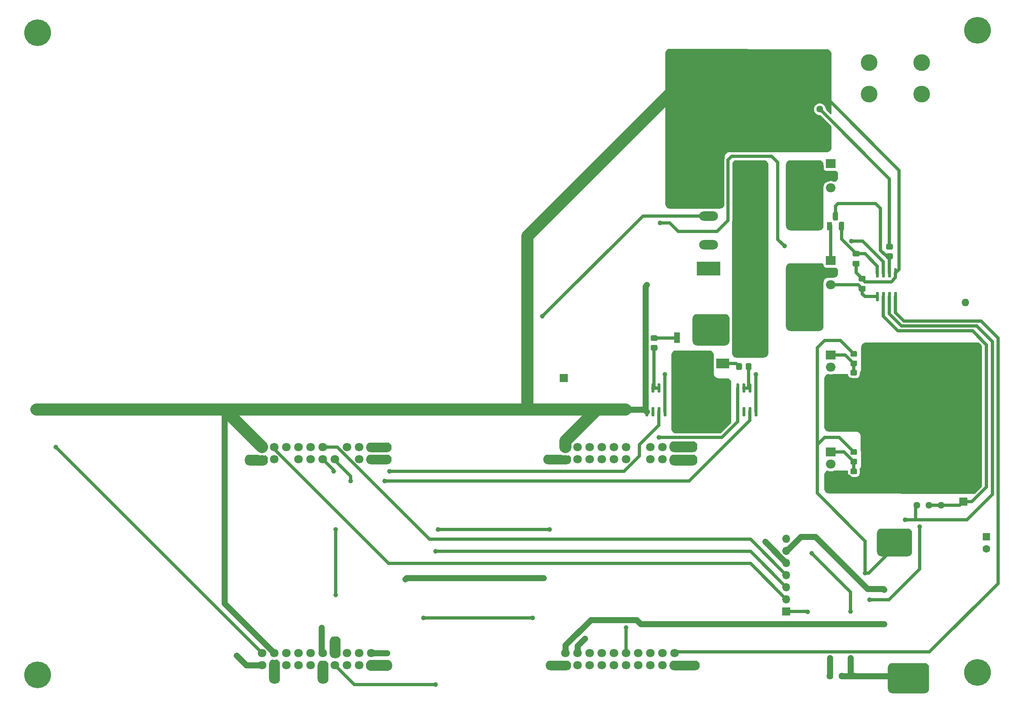
<source format=gbr>
%TF.GenerationSoftware,KiCad,Pcbnew,(5.1.12)-1*%
%TF.CreationDate,2021-11-16T18:17:40+08:00*%
%TF.ProjectId,CVModule,43564d6f-6475-46c6-952e-6b696361645f,rev?*%
%TF.SameCoordinates,Original*%
%TF.FileFunction,Copper,L2,Bot*%
%TF.FilePolarity,Positive*%
%FSLAX46Y46*%
G04 Gerber Fmt 4.6, Leading zero omitted, Abs format (unit mm)*
G04 Created by KiCad (PCBNEW (5.1.12)-1) date 2021-11-16 18:17:40*
%MOMM*%
%LPD*%
G01*
G04 APERTURE LIST*
%TA.AperFunction,ComponentPad*%
%ADD10C,1.800000*%
%TD*%
%TA.AperFunction,ComponentPad*%
%ADD11O,3.960000X1.980000*%
%TD*%
%TA.AperFunction,ComponentPad*%
%ADD12O,5.000000X3.000000*%
%TD*%
%TA.AperFunction,ComponentPad*%
%ADD13R,5.000000X3.000000*%
%TD*%
%TA.AperFunction,ComponentPad*%
%ADD14O,2.000000X1.905000*%
%TD*%
%TA.AperFunction,ComponentPad*%
%ADD15R,2.000000X1.905000*%
%TD*%
%TA.AperFunction,ComponentPad*%
%ADD16R,1.700000X1.700000*%
%TD*%
%TA.AperFunction,ComponentPad*%
%ADD17R,1.600000X1.600000*%
%TD*%
%TA.AperFunction,ComponentPad*%
%ADD18C,1.600000*%
%TD*%
%TA.AperFunction,ConnectorPad*%
%ADD19C,5.600000*%
%TD*%
%TA.AperFunction,ComponentPad*%
%ADD20C,3.600000*%
%TD*%
%TA.AperFunction,ComponentPad*%
%ADD21O,1.700000X1.700000*%
%TD*%
%TA.AperFunction,ComponentPad*%
%ADD22C,3.500000*%
%TD*%
%TA.AperFunction,SMDPad,CuDef*%
%ADD23R,5.800000X6.400000*%
%TD*%
%TA.AperFunction,SMDPad,CuDef*%
%ADD24R,1.200000X2.200000*%
%TD*%
%TA.AperFunction,ComponentPad*%
%ADD25O,2.800000X2.000000*%
%TD*%
%TA.AperFunction,ComponentPad*%
%ADD26R,2.800000X2.000000*%
%TD*%
%TA.AperFunction,ComponentPad*%
%ADD27R,1.100000X1.800000*%
%TD*%
%TA.AperFunction,ComponentPad*%
%ADD28O,1.600000X1.600000*%
%TD*%
%TA.AperFunction,ComponentPad*%
%ADD29C,1.440000*%
%TD*%
%TA.AperFunction,ViaPad*%
%ADD30C,1.000000*%
%TD*%
%TA.AperFunction,Conductor*%
%ADD31C,0.635000*%
%TD*%
%TA.AperFunction,Conductor*%
%ADD32C,1.270000*%
%TD*%
%TA.AperFunction,Conductor*%
%ADD33C,2.540000*%
%TD*%
%TA.AperFunction,Conductor*%
%ADD34C,0.250000*%
%TD*%
%TA.AperFunction,Conductor*%
%ADD35C,0.254000*%
%TD*%
%TA.AperFunction,Conductor*%
%ADD36C,0.100000*%
%TD*%
G04 APERTURE END LIST*
D10*
%TO.P,U9,1*%
%TO.N,+3V3*%
X95377001Y-168138501D03*
%TO.P,U9,2*%
%TO.N,Net-(U9-Pad2)*%
X97917001Y-168138501D03*
%TO.P,U9,3*%
%TO.N,Net-(U9-Pad3)*%
X100457001Y-168138501D03*
%TO.P,U9,4*%
%TO.N,Net-(U9-Pad4)*%
X102997001Y-168138501D03*
%TO.P,U9,5*%
%TO.N,Net-(U9-Pad5)*%
X105537001Y-168138501D03*
%TO.P,U9,6*%
%TO.N,Net-(U9-Pad6)*%
X108077001Y-168138501D03*
%TO.P,U9,7*%
%TO.N,SCLK*%
X110617001Y-168138501D03*
%TO.P,U9,8*%
%TO.N,Net-(U9-Pad8)*%
X113157001Y-168138501D03*
%TO.P,U9,9*%
%TO.N,Net-(U9-Pad9)*%
X115697001Y-168138501D03*
%TO.P,U9,10*%
%TO.N,Net-(U9-Pad10)*%
X118237001Y-168138501D03*
%TO.P,U9,21*%
%TO.N,+5V*%
X95377001Y-165598501D03*
%TO.P,U9,22*%
%TO.N,-BATT*%
X97917001Y-165598501D03*
%TO.P,U9,23*%
%TO.N,Net-(U9-Pad23)*%
X100457001Y-165598501D03*
%TO.P,U9,24*%
%TO.N,Net-(U9-Pad24)*%
X102997001Y-165598501D03*
%TO.P,U9,25*%
%TO.N,Net-(U9-Pad25)*%
X105537001Y-165598501D03*
%TO.P,U9,26*%
%TO.N,Viout*%
X108077001Y-165598501D03*
%TO.P,U9,27*%
%TO.N,Net-(U9-Pad27)*%
X110617001Y-165598501D03*
%TO.P,U9,28*%
%TO.N,Net-(U9-Pad28)*%
X113157001Y-165598501D03*
%TO.P,U9,29*%
%TO.N,Net-(U9-Pad29)*%
X115697001Y-165598501D03*
%TO.P,U9,30*%
%TO.N,Vbat+*%
X118237001Y-165598501D03*
%TO.P,U9,18*%
%TO.N,Net-(U9-Pad18)*%
X100457001Y-122418501D03*
%TO.P,U9,32*%
%TO.N,Net-(U9-Pad32)*%
X115697001Y-124958501D03*
%TO.P,U9,19*%
%TO.N,CS*%
X97917001Y-122418501D03*
%TO.P,U9,34*%
%TO.N,CV_g*%
X110617001Y-124958501D03*
%TO.P,U9,40*%
%TO.N,Net-(U9-Pad40)*%
X95377001Y-124958501D03*
%TO.P,U9,16*%
%TO.N,Net-(U9-Pad16)*%
X105537001Y-122418501D03*
%TO.P,U9,20*%
%TO.N,-BATT*%
X95377001Y-122418501D03*
%TO.P,U9,31*%
%TO.N,Net-(U9-Pad31)*%
X118237001Y-124958501D03*
%TO.P,U9,35*%
%TO.N,CC_g*%
X108077001Y-124958501D03*
%TO.P,U9,17*%
%TO.N,Net-(U9-Pad17)*%
X102997001Y-122418501D03*
%TO.P,U9,15*%
%TO.N,MOSI*%
X108077001Y-122418501D03*
%TO.P,U9,37*%
%TO.N,Net-(U9-Pad37)*%
X102997001Y-124958501D03*
%TO.P,U9,12*%
%TO.N,Net-(U9-Pad12)*%
X115697001Y-122418501D03*
%TO.P,U9,36*%
%TO.N,Net-(U9-Pad36)*%
X105537001Y-124958501D03*
%TO.P,U9,13*%
%TO.N,Net-(U9-Pad13)*%
X113157001Y-122418501D03*
%TO.P,U9,39*%
%TO.N,Net-(U9-Pad39)*%
X97917001Y-124958501D03*
%TO.P,U9,11*%
%TO.N,Net-(U9-Pad11)*%
X118237001Y-122418501D03*
%TO.P,U9,72*%
%TO.N,Net-(U9-Pad72)*%
X179197001Y-124958501D03*
%TO.P,U9,58*%
%TO.N,Net-(U9-Pad58)*%
X163957001Y-122418501D03*
%TO.P,U9,57*%
%TO.N,Net-(U9-Pad57)*%
X166497001Y-122418501D03*
%TO.P,U9,75*%
%TO.N,Net-(U9-Pad75)*%
X171577001Y-124958501D03*
%TO.P,U9,71*%
%TO.N,Net-(U9-Pad71)*%
X181737001Y-124958501D03*
%TO.P,U9,60*%
%TO.N,-BATT*%
X158877001Y-122418501D03*
%TO.P,U9,56*%
%TO.N,Net-(U9-Pad56)*%
X169037001Y-122418501D03*
%TO.P,U9,80*%
%TO.N,Net-(U9-Pad80)*%
X158877001Y-124958501D03*
%TO.P,U9,73*%
%TO.N,Net-(U9-Pad73)*%
X176657001Y-124958501D03*
%TO.P,U9,59*%
%TO.N,Net-(U9-Pad59)*%
X161417001Y-122418501D03*
%TO.P,U9,51*%
%TO.N,Net-(U9-Pad51)*%
X181737001Y-122418501D03*
%TO.P,U9,78*%
%TO.N,Net-(U9-Pad78)*%
X163957001Y-124958501D03*
%TO.P,U9,79*%
%TO.N,Net-(U9-Pad79)*%
X161417001Y-124958501D03*
%TO.P,U9,63*%
%TO.N,Net-(U9-Pad63)*%
X163957001Y-165598501D03*
%TO.P,U9,49*%
%TO.N,Net-(U9-Pad49)*%
X179197001Y-168138501D03*
%TO.P,U9,62*%
%TO.N,-BATT*%
X161417001Y-165598501D03*
%TO.P,U9,47*%
%TO.N,Net-(U9-Pad47)*%
X174117001Y-168138501D03*
%TO.P,U9,48*%
%TO.N,Net-(U9-Pad48)*%
X176657001Y-168138501D03*
%TO.P,U9,41*%
%TO.N,Net-(U9-Pad41)*%
X158877001Y-168138501D03*
%TO.P,U9,65*%
%TO.N,Net-(U9-Pad65)*%
X169037001Y-165598501D03*
%TO.P,U9,61*%
%TO.N,+5V*%
X158877001Y-165598501D03*
%TO.P,U9,50*%
%TO.N,Net-(U9-Pad50)*%
X181737001Y-168138501D03*
%TO.P,U9,46*%
%TO.N,Net-(U9-Pad46)*%
X171577001Y-168138501D03*
%TO.P,U9,64*%
%TO.N,Net-(U9-Pad64)*%
X166497001Y-165598501D03*
%TO.P,U9,66*%
%TO.N,Vbat-*%
X171577001Y-165598501D03*
%TO.P,U9,44*%
%TO.N,Net-(U9-Pad44)*%
X166497001Y-168138501D03*
%TO.P,U9,69*%
%TO.N,Net-(U9-Pad69)*%
X179197001Y-165598501D03*
%TO.P,U9,45*%
%TO.N,Net-(U9-Pad45)*%
X169037001Y-168138501D03*
%TO.P,U9,68*%
%TO.N,Net-(U9-Pad68)*%
X176657001Y-165598501D03*
%TO.P,U9,42*%
%TO.N,Net-(U9-Pad42)*%
X161417001Y-168138501D03*
%TO.P,U9,43*%
%TO.N,Net-(U9-Pad43)*%
X163957001Y-168138501D03*
%TO.P,U9,70*%
%TO.N,bias_ctl*%
X181737001Y-165598501D03*
%TO.P,U9,67*%
%TO.N,Net-(U9-Pad67)*%
X174117001Y-165598501D03*
%TO.P,U9,52*%
%TO.N,Net-(U9-Pad52)*%
X179197001Y-122418501D03*
%TO.P,U9,76*%
%TO.N,Net-(U9-Pad76)*%
X169037001Y-124958501D03*
%TO.P,U9,77*%
%TO.N,Net-(U9-Pad77)*%
X166497001Y-124958501D03*
%TO.P,U9,55*%
%TO.N,Net-(U9-Pad55)*%
X171577001Y-122418501D03*
%TO.P,U9,53*%
%TO.N,Net-(U9-Pad53)*%
X176657001Y-122418501D03*
%TD*%
D11*
%TO.P,B1,3*%
%TO.N,bat-*%
X188792000Y-73962000D03*
D12*
%TO.P,B1,4*%
%TO.N,-BATT*%
X188792000Y-68962000D03*
D13*
%TO.P,B1,1*%
%TO.N,Rs-*%
X188792000Y-84962000D03*
D11*
%TO.P,B1,2*%
%TO.N,bat+*%
X188792000Y-79962000D03*
%TD*%
D14*
%TO.P,Q5,3*%
%TO.N,Net-(Q4-Pad3)*%
X214376000Y-108204000D03*
%TO.P,Q5,2*%
%TO.N,Net-(Q1-Pad2)*%
X214376000Y-105664000D03*
D15*
%TO.P,Q5,1*%
%TO.N,Net-(Q5-Pad1)*%
X214376000Y-103124000D03*
%TD*%
D16*
%TO.P,TP12,1*%
%TO.N,Iout*%
X158496000Y-107950000D03*
%TD*%
%TO.P,R40,2*%
%TO.N,Net-(Q4-Pad3)*%
%TA.AperFunction,SMDPad,CuDef*%
G36*
G01*
X218751999Y-108223000D02*
X219652001Y-108223000D01*
G75*
G02*
X219902000Y-108472999I0J-249999D01*
G01*
X219902000Y-109173001D01*
G75*
G02*
X219652001Y-109423000I-249999J0D01*
G01*
X218751999Y-109423000D01*
G75*
G02*
X218502000Y-109173001I0J249999D01*
G01*
X218502000Y-108472999D01*
G75*
G02*
X218751999Y-108223000I249999J0D01*
G01*
G37*
%TD.AperFunction*%
%TO.P,R40,1*%
%TO.N,Net-(Q5-Pad1)*%
%TA.AperFunction,SMDPad,CuDef*%
G36*
G01*
X218751999Y-106223000D02*
X219652001Y-106223000D01*
G75*
G02*
X219902000Y-106472999I0J-249999D01*
G01*
X219902000Y-107173001D01*
G75*
G02*
X219652001Y-107423000I-249999J0D01*
G01*
X218751999Y-107423000D01*
G75*
G02*
X218502000Y-107173001I0J249999D01*
G01*
X218502000Y-106472999D01*
G75*
G02*
X218751999Y-106223000I249999J0D01*
G01*
G37*
%TD.AperFunction*%
%TD*%
%TO.P,R39,2*%
%TO.N,Net-(Q4-Pad3)*%
%TA.AperFunction,SMDPad,CuDef*%
G36*
G01*
X218751999Y-128924000D02*
X219652001Y-128924000D01*
G75*
G02*
X219902000Y-129173999I0J-249999D01*
G01*
X219902000Y-129874001D01*
G75*
G02*
X219652001Y-130124000I-249999J0D01*
G01*
X218751999Y-130124000D01*
G75*
G02*
X218502000Y-129874001I0J249999D01*
G01*
X218502000Y-129173999D01*
G75*
G02*
X218751999Y-128924000I249999J0D01*
G01*
G37*
%TD.AperFunction*%
%TO.P,R39,1*%
%TO.N,Net-(Q4-Pad1)*%
%TA.AperFunction,SMDPad,CuDef*%
G36*
G01*
X218751999Y-126924000D02*
X219652001Y-126924000D01*
G75*
G02*
X219902000Y-127173999I0J-249999D01*
G01*
X219902000Y-127874001D01*
G75*
G02*
X219652001Y-128124000I-249999J0D01*
G01*
X218751999Y-128124000D01*
G75*
G02*
X218502000Y-127874001I0J249999D01*
G01*
X218502000Y-127173999D01*
G75*
G02*
X218751999Y-126924000I249999J0D01*
G01*
G37*
%TD.AperFunction*%
%TD*%
D14*
%TO.P,Q4,3*%
%TO.N,Net-(Q4-Pad3)*%
X214376000Y-128524000D03*
%TO.P,Q4,2*%
%TO.N,Net-(Q1-Pad2)*%
X214376000Y-125984000D03*
D15*
%TO.P,Q4,1*%
%TO.N,Net-(Q4-Pad1)*%
X214376000Y-123444000D03*
%TD*%
%TO.P,C2,2*%
%TO.N,-BATT*%
%TA.AperFunction,SMDPad,CuDef*%
G36*
G01*
X219235000Y-83359500D02*
X220185000Y-83359500D01*
G75*
G02*
X220435000Y-83609500I0J-250000D01*
G01*
X220435000Y-84284500D01*
G75*
G02*
X220185000Y-84534500I-250000J0D01*
G01*
X219235000Y-84534500D01*
G75*
G02*
X218985000Y-84284500I0J250000D01*
G01*
X218985000Y-83609500D01*
G75*
G02*
X219235000Y-83359500I250000J0D01*
G01*
G37*
%TD.AperFunction*%
%TO.P,C2,1*%
%TO.N,Net-(C2-Pad1)*%
%TA.AperFunction,SMDPad,CuDef*%
G36*
G01*
X219235000Y-81284500D02*
X220185000Y-81284500D01*
G75*
G02*
X220435000Y-81534500I0J-250000D01*
G01*
X220435000Y-82209500D01*
G75*
G02*
X220185000Y-82459500I-250000J0D01*
G01*
X219235000Y-82459500D01*
G75*
G02*
X218985000Y-82209500I0J250000D01*
G01*
X218985000Y-81534500D01*
G75*
G02*
X219235000Y-81284500I250000J0D01*
G01*
G37*
%TD.AperFunction*%
%TD*%
D17*
%TO.P,C3,1*%
%TO.N,+12V*%
X247015000Y-141224000D03*
D18*
%TO.P,C3,2*%
%TO.N,-BATT*%
X247015000Y-143724000D03*
%TD*%
%TO.P,C6,1*%
%TO.N,+12V*%
%TA.AperFunction,SMDPad,CuDef*%
G36*
G01*
X221455000Y-89784500D02*
X220505000Y-89784500D01*
G75*
G02*
X220255000Y-89534500I0J250000D01*
G01*
X220255000Y-88859500D01*
G75*
G02*
X220505000Y-88609500I250000J0D01*
G01*
X221455000Y-88609500D01*
G75*
G02*
X221705000Y-88859500I0J-250000D01*
G01*
X221705000Y-89534500D01*
G75*
G02*
X221455000Y-89784500I-250000J0D01*
G01*
G37*
%TD.AperFunction*%
%TO.P,C6,2*%
%TO.N,-BATT*%
%TA.AperFunction,SMDPad,CuDef*%
G36*
G01*
X221455000Y-87709500D02*
X220505000Y-87709500D01*
G75*
G02*
X220255000Y-87459500I0J250000D01*
G01*
X220255000Y-86784500D01*
G75*
G02*
X220505000Y-86534500I250000J0D01*
G01*
X221455000Y-86534500D01*
G75*
G02*
X221705000Y-86784500I0J-250000D01*
G01*
X221705000Y-87459500D01*
G75*
G02*
X221455000Y-87709500I-250000J0D01*
G01*
G37*
%TD.AperFunction*%
%TD*%
D19*
%TO.P,H1,1*%
%TO.N,N/C*%
X245110000Y-35052000D03*
D20*
X245110000Y-35052000D03*
%TD*%
%TO.P,H2,1*%
%TO.N,N/C*%
X48387000Y-35560000D03*
D19*
X48387000Y-35560000D03*
%TD*%
%TO.P,H3,1*%
%TO.N,N/C*%
X48387000Y-170180000D03*
D20*
X48387000Y-170180000D03*
%TD*%
%TO.P,H4,1*%
%TO.N,N/C*%
X245110000Y-169672000D03*
D19*
X245110000Y-169672000D03*
%TD*%
D16*
%TO.P,J1,1*%
%TO.N,sigout*%
X205105000Y-156845000D03*
D21*
%TO.P,J1,2*%
%TO.N,CS*%
X205105000Y-154305000D03*
%TO.P,J1,3*%
%TO.N,SCLK*%
X205105000Y-151765000D03*
%TO.P,J1,4*%
%TO.N,MOSI*%
X205105000Y-149225000D03*
%TO.P,J1,5*%
%TO.N,-BATT*%
X205105000Y-146685000D03*
%TO.P,J1,6*%
%TO.N,+5V*%
X205105000Y-144145000D03*
%TO.P,J1,7*%
%TO.N,Net-(J1-Pad7)*%
X205105000Y-141605000D03*
%TD*%
D22*
%TO.P,P1,1*%
%TO.N,+12V*%
X233465000Y-48385000D03*
X233465000Y-41785000D03*
X222465000Y-48385000D03*
X222465000Y-41785000D03*
%TD*%
%TO.P,P2,1*%
%TO.N,-BATT*%
X188810000Y-41277000D03*
X188810000Y-47877000D03*
X199810000Y-41277000D03*
X199810000Y-47877000D03*
%TD*%
D23*
%TO.P,Q1,2*%
%TO.N,Net-(Q1-Pad2)*%
X184531000Y-105732000D03*
D24*
%TO.P,Q1,3*%
%TO.N,Rs+*%
X186811000Y-99432000D03*
%TO.P,Q1,1*%
%TO.N,Net-(Q1-Pad1)*%
X182251000Y-99432000D03*
%TD*%
D25*
%TO.P,Q2,3*%
%TO.N,Rs+*%
X191770000Y-99822000D03*
%TO.P,Q2,2*%
%TO.N,+4.2V*%
X195580000Y-102362000D03*
D26*
%TO.P,Q2,1*%
%TO.N,Net-(Q2-Pad1)*%
X191770000Y-104862000D03*
%TD*%
%TO.P,Q6,2*%
%TO.N,Net-(Q6-Pad2)*%
%TA.AperFunction,ComponentPad*%
G36*
G01*
X214842000Y-74647000D02*
X214842000Y-73397000D01*
G75*
G02*
X215117000Y-73122000I275000J0D01*
G01*
X215667000Y-73122000D01*
G75*
G02*
X215942000Y-73397000I0J-275000D01*
G01*
X215942000Y-74647000D01*
G75*
G02*
X215667000Y-74922000I-275000J0D01*
G01*
X215117000Y-74922000D01*
G75*
G02*
X214842000Y-74647000I0J275000D01*
G01*
G37*
%TD.AperFunction*%
%TO.P,Q6,3*%
%TO.N,Net-(C2-Pad1)*%
%TA.AperFunction,ComponentPad*%
G36*
G01*
X216112000Y-76717000D02*
X216112000Y-75467000D01*
G75*
G02*
X216387000Y-75192000I275000J0D01*
G01*
X216937000Y-75192000D01*
G75*
G02*
X217212000Y-75467000I0J-275000D01*
G01*
X217212000Y-76717000D01*
G75*
G02*
X216937000Y-76992000I-275000J0D01*
G01*
X216387000Y-76992000D01*
G75*
G02*
X216112000Y-76717000I0J275000D01*
G01*
G37*
%TD.AperFunction*%
D27*
%TO.P,Q6,1*%
%TO.N,Net-(Q6-Pad1)*%
X214122000Y-76092000D03*
%TD*%
%TO.P,R6,2*%
%TO.N,Net-(Q6-Pad2)*%
%TA.AperFunction,SMDPad,CuDef*%
G36*
G01*
X226244999Y-81807000D02*
X227145001Y-81807000D01*
G75*
G02*
X227395000Y-82056999I0J-249999D01*
G01*
X227395000Y-82757001D01*
G75*
G02*
X227145001Y-83007000I-249999J0D01*
G01*
X226244999Y-83007000D01*
G75*
G02*
X225995000Y-82757001I0J249999D01*
G01*
X225995000Y-82056999D01*
G75*
G02*
X226244999Y-81807000I249999J0D01*
G01*
G37*
%TD.AperFunction*%
%TO.P,R6,1*%
%TO.N,Net-(R6-Pad1)*%
%TA.AperFunction,SMDPad,CuDef*%
G36*
G01*
X226244999Y-79807000D02*
X227145001Y-79807000D01*
G75*
G02*
X227395000Y-80056999I0J-249999D01*
G01*
X227395000Y-80757001D01*
G75*
G02*
X227145001Y-81007000I-249999J0D01*
G01*
X226244999Y-81007000D01*
G75*
G02*
X225995000Y-80757001I0J249999D01*
G01*
X225995000Y-80056999D01*
G75*
G02*
X226244999Y-79807000I249999J0D01*
G01*
G37*
%TD.AperFunction*%
%TD*%
%TO.P,R14,1*%
%TO.N,Net-(Q4-Pad1)*%
%TA.AperFunction,SMDPad,CuDef*%
G36*
G01*
X219652001Y-126060000D02*
X218751999Y-126060000D01*
G75*
G02*
X218502000Y-125810001I0J249999D01*
G01*
X218502000Y-125109999D01*
G75*
G02*
X218751999Y-124860000I249999J0D01*
G01*
X219652001Y-124860000D01*
G75*
G02*
X219902000Y-125109999I0J-249999D01*
G01*
X219902000Y-125810001D01*
G75*
G02*
X219652001Y-126060000I-249999J0D01*
G01*
G37*
%TD.AperFunction*%
%TO.P,R14,2*%
%TO.N,signal*%
%TA.AperFunction,SMDPad,CuDef*%
G36*
G01*
X219652001Y-124060000D02*
X218751999Y-124060000D01*
G75*
G02*
X218502000Y-123810001I0J249999D01*
G01*
X218502000Y-123109999D01*
G75*
G02*
X218751999Y-122860000I249999J0D01*
G01*
X219652001Y-122860000D01*
G75*
G02*
X219902000Y-123109999I0J-249999D01*
G01*
X219902000Y-123810001D01*
G75*
G02*
X219652001Y-124060000I-249999J0D01*
G01*
G37*
%TD.AperFunction*%
%TD*%
%TO.P,R16,1*%
%TO.N,Net-(Q1-Pad1)*%
%TA.AperFunction,SMDPad,CuDef*%
G36*
G01*
X176968999Y-98984000D02*
X177869001Y-98984000D01*
G75*
G02*
X178119000Y-99233999I0J-249999D01*
G01*
X178119000Y-99934001D01*
G75*
G02*
X177869001Y-100184000I-249999J0D01*
G01*
X176968999Y-100184000D01*
G75*
G02*
X176719000Y-99934001I0J249999D01*
G01*
X176719000Y-99233999D01*
G75*
G02*
X176968999Y-98984000I249999J0D01*
G01*
G37*
%TD.AperFunction*%
%TO.P,R16,2*%
%TO.N,Q1_g*%
%TA.AperFunction,SMDPad,CuDef*%
G36*
G01*
X176968999Y-100984000D02*
X177869001Y-100984000D01*
G75*
G02*
X178119000Y-101233999I0J-249999D01*
G01*
X178119000Y-101934001D01*
G75*
G02*
X177869001Y-102184000I-249999J0D01*
G01*
X176968999Y-102184000D01*
G75*
G02*
X176719000Y-101934001I0J249999D01*
G01*
X176719000Y-101233999D01*
G75*
G02*
X176968999Y-100984000I249999J0D01*
G01*
G37*
%TD.AperFunction*%
%TD*%
%TO.P,R18,1*%
%TO.N,Net-(Q5-Pad1)*%
%TA.AperFunction,SMDPad,CuDef*%
G36*
G01*
X219652001Y-105470000D02*
X218751999Y-105470000D01*
G75*
G02*
X218502000Y-105220001I0J249999D01*
G01*
X218502000Y-104519999D01*
G75*
G02*
X218751999Y-104270000I249999J0D01*
G01*
X219652001Y-104270000D01*
G75*
G02*
X219902000Y-104519999I0J-249999D01*
G01*
X219902000Y-105220001D01*
G75*
G02*
X219652001Y-105470000I-249999J0D01*
G01*
G37*
%TD.AperFunction*%
%TO.P,R18,2*%
%TO.N,signal*%
%TA.AperFunction,SMDPad,CuDef*%
G36*
G01*
X219652001Y-103470000D02*
X218751999Y-103470000D01*
G75*
G02*
X218502000Y-103220001I0J249999D01*
G01*
X218502000Y-102519999D01*
G75*
G02*
X218751999Y-102270000I249999J0D01*
G01*
X219652001Y-102270000D01*
G75*
G02*
X219902000Y-102519999I0J-249999D01*
G01*
X219902000Y-103220001D01*
G75*
G02*
X219652001Y-103470000I-249999J0D01*
G01*
G37*
%TD.AperFunction*%
%TD*%
D18*
%TO.P,R20,1*%
%TO.N,Net-(Q4-Pad3)*%
X242570000Y-102235000D03*
D28*
%TO.P,R20,2*%
%TO.N,+12V*%
X242570000Y-92075000D03*
%TD*%
%TO.P,R21,2*%
%TO.N,Q2_g*%
%TA.AperFunction,SMDPad,CuDef*%
G36*
G01*
X196615000Y-105987001D02*
X196615000Y-105086999D01*
G75*
G02*
X196864999Y-104837000I249999J0D01*
G01*
X197565001Y-104837000D01*
G75*
G02*
X197815000Y-105086999I0J-249999D01*
G01*
X197815000Y-105987001D01*
G75*
G02*
X197565001Y-106237000I-249999J0D01*
G01*
X196864999Y-106237000D01*
G75*
G02*
X196615000Y-105987001I0J249999D01*
G01*
G37*
%TD.AperFunction*%
%TO.P,R21,1*%
%TO.N,Net-(Q2-Pad1)*%
%TA.AperFunction,SMDPad,CuDef*%
G36*
G01*
X194615000Y-105987001D02*
X194615000Y-105086999D01*
G75*
G02*
X194864999Y-104837000I249999J0D01*
G01*
X195565001Y-104837000D01*
G75*
G02*
X195815000Y-105086999I0J-249999D01*
G01*
X195815000Y-105987001D01*
G75*
G02*
X195565001Y-106237000I-249999J0D01*
G01*
X194864999Y-106237000D01*
G75*
G02*
X194615000Y-105987001I0J249999D01*
G01*
G37*
%TD.AperFunction*%
%TD*%
D29*
%TO.P,RV1,1*%
%TO.N,Net-(R6-Pad1)*%
X212090000Y-51562000D03*
%TO.P,RV1,2*%
%TO.N,-BATT*%
X212090000Y-49022000D03*
%TO.P,RV1,3*%
X212090000Y-46482000D03*
%TD*%
%TO.P,RV2,3*%
%TO.N,Net-(R4-Pad2)*%
X214249000Y-170434000D03*
%TO.P,RV2,2*%
%TO.N,Net-(R9-Pad2)*%
X216789000Y-170434000D03*
%TO.P,RV2,1*%
X219329000Y-170434000D03*
%TD*%
%TO.P,RV3,1*%
%TO.N,Net-(R10-Pad2)*%
X237490000Y-134620000D03*
%TO.P,RV3,2*%
X234950000Y-134620000D03*
%TO.P,RV3,3*%
%TO.N,Net-(R5-Pad2)*%
X232410000Y-134620000D03*
%TD*%
D16*
%TO.P,TP1,1*%
%TO.N,Net-(R9-Pad2)*%
X231267000Y-170434000D03*
%TD*%
%TO.P,TP2,1*%
%TO.N,Net-(R10-Pad2)*%
X242189000Y-133858000D03*
%TD*%
%TO.P,TP3,1*%
%TO.N,signal*%
X229743000Y-141478000D03*
%TD*%
%TO.P,U1,8*%
%TO.N,+12V*%
%TA.AperFunction,SMDPad,CuDef*%
G36*
G01*
X224005000Y-89892000D02*
X224305000Y-89892000D01*
G75*
G02*
X224455000Y-90042000I0J-150000D01*
G01*
X224455000Y-91692000D01*
G75*
G02*
X224305000Y-91842000I-150000J0D01*
G01*
X224005000Y-91842000D01*
G75*
G02*
X223855000Y-91692000I0J150000D01*
G01*
X223855000Y-90042000D01*
G75*
G02*
X224005000Y-89892000I150000J0D01*
G01*
G37*
%TD.AperFunction*%
%TO.P,U1,7*%
%TO.N,Net-(R10-Pad2)*%
%TA.AperFunction,SMDPad,CuDef*%
G36*
G01*
X225275000Y-89892000D02*
X225575000Y-89892000D01*
G75*
G02*
X225725000Y-90042000I0J-150000D01*
G01*
X225725000Y-91692000D01*
G75*
G02*
X225575000Y-91842000I-150000J0D01*
G01*
X225275000Y-91842000D01*
G75*
G02*
X225125000Y-91692000I0J150000D01*
G01*
X225125000Y-90042000D01*
G75*
G02*
X225275000Y-89892000I150000J0D01*
G01*
G37*
%TD.AperFunction*%
%TO.P,U1,6*%
%TO.N,Net-(R5-Pad2)*%
%TA.AperFunction,SMDPad,CuDef*%
G36*
G01*
X226545000Y-89892000D02*
X226845000Y-89892000D01*
G75*
G02*
X226995000Y-90042000I0J-150000D01*
G01*
X226995000Y-91692000D01*
G75*
G02*
X226845000Y-91842000I-150000J0D01*
G01*
X226545000Y-91842000D01*
G75*
G02*
X226395000Y-91692000I0J150000D01*
G01*
X226395000Y-90042000D01*
G75*
G02*
X226545000Y-89892000I150000J0D01*
G01*
G37*
%TD.AperFunction*%
%TO.P,U1,5*%
%TO.N,bias_ctl*%
%TA.AperFunction,SMDPad,CuDef*%
G36*
G01*
X227815000Y-89892000D02*
X228115000Y-89892000D01*
G75*
G02*
X228265000Y-90042000I0J-150000D01*
G01*
X228265000Y-91692000D01*
G75*
G02*
X228115000Y-91842000I-150000J0D01*
G01*
X227815000Y-91842000D01*
G75*
G02*
X227665000Y-91692000I0J150000D01*
G01*
X227665000Y-90042000D01*
G75*
G02*
X227815000Y-89892000I150000J0D01*
G01*
G37*
%TD.AperFunction*%
%TO.P,U1,4*%
%TO.N,-BATT*%
%TA.AperFunction,SMDPad,CuDef*%
G36*
G01*
X227815000Y-84942000D02*
X228115000Y-84942000D01*
G75*
G02*
X228265000Y-85092000I0J-150000D01*
G01*
X228265000Y-86742000D01*
G75*
G02*
X228115000Y-86892000I-150000J0D01*
G01*
X227815000Y-86892000D01*
G75*
G02*
X227665000Y-86742000I0J150000D01*
G01*
X227665000Y-85092000D01*
G75*
G02*
X227815000Y-84942000I150000J0D01*
G01*
G37*
%TD.AperFunction*%
%TO.P,U1,3*%
%TO.N,Net-(Q6-Pad2)*%
%TA.AperFunction,SMDPad,CuDef*%
G36*
G01*
X226545000Y-84942000D02*
X226845000Y-84942000D01*
G75*
G02*
X226995000Y-85092000I0J-150000D01*
G01*
X226995000Y-86742000D01*
G75*
G02*
X226845000Y-86892000I-150000J0D01*
G01*
X226545000Y-86892000D01*
G75*
G02*
X226395000Y-86742000I0J150000D01*
G01*
X226395000Y-85092000D01*
G75*
G02*
X226545000Y-84942000I150000J0D01*
G01*
G37*
%TD.AperFunction*%
%TO.P,U1,2*%
%TO.N,Net-(R7-Pad1)*%
%TA.AperFunction,SMDPad,CuDef*%
G36*
G01*
X225275000Y-84942000D02*
X225575000Y-84942000D01*
G75*
G02*
X225725000Y-85092000I0J-150000D01*
G01*
X225725000Y-86742000D01*
G75*
G02*
X225575000Y-86892000I-150000J0D01*
G01*
X225275000Y-86892000D01*
G75*
G02*
X225125000Y-86742000I0J150000D01*
G01*
X225125000Y-85092000D01*
G75*
G02*
X225275000Y-84942000I150000J0D01*
G01*
G37*
%TD.AperFunction*%
%TO.P,U1,1*%
%TO.N,Net-(C2-Pad1)*%
%TA.AperFunction,SMDPad,CuDef*%
G36*
G01*
X224005000Y-84942000D02*
X224305000Y-84942000D01*
G75*
G02*
X224455000Y-85092000I0J-150000D01*
G01*
X224455000Y-86742000D01*
G75*
G02*
X224305000Y-86892000I-150000J0D01*
G01*
X224005000Y-86892000D01*
G75*
G02*
X223855000Y-86742000I0J150000D01*
G01*
X223855000Y-85092000D01*
G75*
G02*
X224005000Y-84942000I150000J0D01*
G01*
G37*
%TD.AperFunction*%
%TD*%
D14*
%TO.P,U3,3*%
%TO.N,+12V*%
X214376000Y-68072000D03*
%TO.P,U3,2*%
%TO.N,Net-(R2-Pad2)*%
X214376000Y-65532000D03*
D15*
%TO.P,U3,1*%
%TO.N,Net-(Q6-Pad1)*%
X214376000Y-62992000D03*
%TD*%
%TO.P,U4,1*%
%TO.N,Net-(Q6-Pad1)*%
X214376000Y-83312000D03*
D14*
%TO.P,U4,2*%
%TO.N,Net-(R1-Pad1)*%
X214376000Y-85852000D03*
%TO.P,U4,3*%
%TO.N,+12V*%
X214376000Y-88392000D03*
%TD*%
%TO.P,U7,8*%
%TO.N,+12V*%
%TA.AperFunction,SMDPad,CuDef*%
G36*
G01*
X198905000Y-111022000D02*
X198605000Y-111022000D01*
G75*
G02*
X198455000Y-110872000I0J150000D01*
G01*
X198455000Y-109222000D01*
G75*
G02*
X198605000Y-109072000I150000J0D01*
G01*
X198905000Y-109072000D01*
G75*
G02*
X199055000Y-109222000I0J-150000D01*
G01*
X199055000Y-110872000D01*
G75*
G02*
X198905000Y-111022000I-150000J0D01*
G01*
G37*
%TD.AperFunction*%
%TO.P,U7,7*%
%TO.N,Q2_g*%
%TA.AperFunction,SMDPad,CuDef*%
G36*
G01*
X197635000Y-111022000D02*
X197335000Y-111022000D01*
G75*
G02*
X197185000Y-110872000I0J150000D01*
G01*
X197185000Y-109222000D01*
G75*
G02*
X197335000Y-109072000I150000J0D01*
G01*
X197635000Y-109072000D01*
G75*
G02*
X197785000Y-109222000I0J-150000D01*
G01*
X197785000Y-110872000D01*
G75*
G02*
X197635000Y-111022000I-150000J0D01*
G01*
G37*
%TD.AperFunction*%
%TO.P,U7,6*%
%TA.AperFunction,SMDPad,CuDef*%
G36*
G01*
X196365000Y-111022000D02*
X196065000Y-111022000D01*
G75*
G02*
X195915000Y-110872000I0J150000D01*
G01*
X195915000Y-109222000D01*
G75*
G02*
X196065000Y-109072000I150000J0D01*
G01*
X196365000Y-109072000D01*
G75*
G02*
X196515000Y-109222000I0J-150000D01*
G01*
X196515000Y-110872000D01*
G75*
G02*
X196365000Y-111022000I-150000J0D01*
G01*
G37*
%TD.AperFunction*%
%TO.P,U7,5*%
%TO.N,-BATT*%
%TA.AperFunction,SMDPad,CuDef*%
G36*
G01*
X195095000Y-111022000D02*
X194795000Y-111022000D01*
G75*
G02*
X194645000Y-110872000I0J150000D01*
G01*
X194645000Y-109222000D01*
G75*
G02*
X194795000Y-109072000I150000J0D01*
G01*
X195095000Y-109072000D01*
G75*
G02*
X195245000Y-109222000I0J-150000D01*
G01*
X195245000Y-110872000D01*
G75*
G02*
X195095000Y-111022000I-150000J0D01*
G01*
G37*
%TD.AperFunction*%
%TO.P,U7,4*%
%TA.AperFunction,SMDPad,CuDef*%
G36*
G01*
X195095000Y-115972000D02*
X194795000Y-115972000D01*
G75*
G02*
X194645000Y-115822000I0J150000D01*
G01*
X194645000Y-114172000D01*
G75*
G02*
X194795000Y-114022000I150000J0D01*
G01*
X195095000Y-114022000D01*
G75*
G02*
X195245000Y-114172000I0J-150000D01*
G01*
X195245000Y-115822000D01*
G75*
G02*
X195095000Y-115972000I-150000J0D01*
G01*
G37*
%TD.AperFunction*%
%TO.P,U7,3*%
%TO.N,N/C*%
%TA.AperFunction,SMDPad,CuDef*%
G36*
G01*
X196365000Y-115972000D02*
X196065000Y-115972000D01*
G75*
G02*
X195915000Y-115822000I0J150000D01*
G01*
X195915000Y-114172000D01*
G75*
G02*
X196065000Y-114022000I150000J0D01*
G01*
X196365000Y-114022000D01*
G75*
G02*
X196515000Y-114172000I0J-150000D01*
G01*
X196515000Y-115822000D01*
G75*
G02*
X196365000Y-115972000I-150000J0D01*
G01*
G37*
%TD.AperFunction*%
%TO.P,U7,2*%
%TO.N,CV_g*%
%TA.AperFunction,SMDPad,CuDef*%
G36*
G01*
X197635000Y-115972000D02*
X197335000Y-115972000D01*
G75*
G02*
X197185000Y-115822000I0J150000D01*
G01*
X197185000Y-114172000D01*
G75*
G02*
X197335000Y-114022000I150000J0D01*
G01*
X197635000Y-114022000D01*
G75*
G02*
X197785000Y-114172000I0J-150000D01*
G01*
X197785000Y-115822000D01*
G75*
G02*
X197635000Y-115972000I-150000J0D01*
G01*
G37*
%TD.AperFunction*%
%TO.P,U7,1*%
%TO.N,+12V*%
%TA.AperFunction,SMDPad,CuDef*%
G36*
G01*
X198905000Y-115972000D02*
X198605000Y-115972000D01*
G75*
G02*
X198455000Y-115822000I0J150000D01*
G01*
X198455000Y-114172000D01*
G75*
G02*
X198605000Y-114022000I150000J0D01*
G01*
X198905000Y-114022000D01*
G75*
G02*
X199055000Y-114172000I0J-150000D01*
G01*
X199055000Y-115822000D01*
G75*
G02*
X198905000Y-115972000I-150000J0D01*
G01*
G37*
%TD.AperFunction*%
%TD*%
%TO.P,U10,1*%
%TO.N,+12V*%
%TA.AperFunction,SMDPad,CuDef*%
G36*
G01*
X179855000Y-115972000D02*
X179555000Y-115972000D01*
G75*
G02*
X179405000Y-115822000I0J150000D01*
G01*
X179405000Y-114172000D01*
G75*
G02*
X179555000Y-114022000I150000J0D01*
G01*
X179855000Y-114022000D01*
G75*
G02*
X180005000Y-114172000I0J-150000D01*
G01*
X180005000Y-115822000D01*
G75*
G02*
X179855000Y-115972000I-150000J0D01*
G01*
G37*
%TD.AperFunction*%
%TO.P,U10,2*%
%TO.N,CC_g*%
%TA.AperFunction,SMDPad,CuDef*%
G36*
G01*
X178585000Y-115972000D02*
X178285000Y-115972000D01*
G75*
G02*
X178135000Y-115822000I0J150000D01*
G01*
X178135000Y-114172000D01*
G75*
G02*
X178285000Y-114022000I150000J0D01*
G01*
X178585000Y-114022000D01*
G75*
G02*
X178735000Y-114172000I0J-150000D01*
G01*
X178735000Y-115822000D01*
G75*
G02*
X178585000Y-115972000I-150000J0D01*
G01*
G37*
%TD.AperFunction*%
%TO.P,U10,3*%
%TO.N,N/C*%
%TA.AperFunction,SMDPad,CuDef*%
G36*
G01*
X177315000Y-115972000D02*
X177015000Y-115972000D01*
G75*
G02*
X176865000Y-115822000I0J150000D01*
G01*
X176865000Y-114172000D01*
G75*
G02*
X177015000Y-114022000I150000J0D01*
G01*
X177315000Y-114022000D01*
G75*
G02*
X177465000Y-114172000I0J-150000D01*
G01*
X177465000Y-115822000D01*
G75*
G02*
X177315000Y-115972000I-150000J0D01*
G01*
G37*
%TD.AperFunction*%
%TO.P,U10,4*%
%TO.N,-BATT*%
%TA.AperFunction,SMDPad,CuDef*%
G36*
G01*
X176045000Y-115972000D02*
X175745000Y-115972000D01*
G75*
G02*
X175595000Y-115822000I0J150000D01*
G01*
X175595000Y-114172000D01*
G75*
G02*
X175745000Y-114022000I150000J0D01*
G01*
X176045000Y-114022000D01*
G75*
G02*
X176195000Y-114172000I0J-150000D01*
G01*
X176195000Y-115822000D01*
G75*
G02*
X176045000Y-115972000I-150000J0D01*
G01*
G37*
%TD.AperFunction*%
%TO.P,U10,5*%
%TA.AperFunction,SMDPad,CuDef*%
G36*
G01*
X176045000Y-111022000D02*
X175745000Y-111022000D01*
G75*
G02*
X175595000Y-110872000I0J150000D01*
G01*
X175595000Y-109222000D01*
G75*
G02*
X175745000Y-109072000I150000J0D01*
G01*
X176045000Y-109072000D01*
G75*
G02*
X176195000Y-109222000I0J-150000D01*
G01*
X176195000Y-110872000D01*
G75*
G02*
X176045000Y-111022000I-150000J0D01*
G01*
G37*
%TD.AperFunction*%
%TO.P,U10,6*%
%TO.N,Q1_g*%
%TA.AperFunction,SMDPad,CuDef*%
G36*
G01*
X177315000Y-111022000D02*
X177015000Y-111022000D01*
G75*
G02*
X176865000Y-110872000I0J150000D01*
G01*
X176865000Y-109222000D01*
G75*
G02*
X177015000Y-109072000I150000J0D01*
G01*
X177315000Y-109072000D01*
G75*
G02*
X177465000Y-109222000I0J-150000D01*
G01*
X177465000Y-110872000D01*
G75*
G02*
X177315000Y-111022000I-150000J0D01*
G01*
G37*
%TD.AperFunction*%
%TO.P,U10,7*%
%TA.AperFunction,SMDPad,CuDef*%
G36*
G01*
X178585000Y-111022000D02*
X178285000Y-111022000D01*
G75*
G02*
X178135000Y-110872000I0J150000D01*
G01*
X178135000Y-109222000D01*
G75*
G02*
X178285000Y-109072000I150000J0D01*
G01*
X178585000Y-109072000D01*
G75*
G02*
X178735000Y-109222000I0J-150000D01*
G01*
X178735000Y-110872000D01*
G75*
G02*
X178585000Y-111022000I-150000J0D01*
G01*
G37*
%TD.AperFunction*%
%TO.P,U10,8*%
%TO.N,+12V*%
%TA.AperFunction,SMDPad,CuDef*%
G36*
G01*
X179855000Y-111022000D02*
X179555000Y-111022000D01*
G75*
G02*
X179405000Y-110872000I0J150000D01*
G01*
X179405000Y-109222000D01*
G75*
G02*
X179555000Y-109072000I150000J0D01*
G01*
X179855000Y-109072000D01*
G75*
G02*
X180005000Y-109222000I0J-150000D01*
G01*
X180005000Y-110872000D01*
G75*
G02*
X179855000Y-111022000I-150000J0D01*
G01*
G37*
%TD.AperFunction*%
%TD*%
D30*
%TO.N,bat+*%
X129159004Y-158242004D03*
X152019004Y-158241984D03*
%TO.N,-BATT*%
X94361000Y-162052000D03*
X175895000Y-88392000D03*
X162941000Y-162560006D03*
X189865000Y-64262000D03*
X187325000Y-64262000D03*
X184785000Y-64262000D03*
X182245000Y-64262000D03*
X48133000Y-114554000D03*
X53213000Y-114554000D03*
X58801000Y-114554000D03*
X178435000Y-120396000D03*
X200660000Y-142240000D03*
X159893000Y-120396000D03*
%TO.N,Vbat-*%
X171584971Y-160274000D03*
%TO.N,+12V*%
X179705000Y-107188000D03*
X198755000Y-107188000D03*
X222504000Y-154432000D03*
X233045000Y-139065000D03*
%TO.N,+5V*%
X52197000Y-122428000D03*
X225552000Y-159512004D03*
X225552000Y-152273000D03*
X173735998Y-158623000D03*
%TO.N,Vbat+*%
X121539000Y-165608000D03*
%TO.N,Viout*%
X107823000Y-160274000D03*
%TO.N,+3V3*%
X90043000Y-166116000D03*
X154305000Y-149860000D03*
X125349000Y-150114000D03*
%TO.N,sigout*%
X209550000Y-156972000D03*
%TO.N,SCLK*%
X131699000Y-144272000D03*
X131699000Y-172212000D03*
%TO.N,Net-(Q1-Pad2)*%
X187960000Y-111252000D03*
X185420000Y-113157000D03*
X187960000Y-115062000D03*
X185420000Y-116967000D03*
X185420000Y-109347000D03*
X182880000Y-111252000D03*
X182880000Y-115062000D03*
%TO.N,Rs+*%
X187325000Y-97155000D03*
X191135000Y-97155000D03*
%TO.N,+4.2V*%
X195580000Y-64516000D03*
X195580000Y-69807666D03*
X195580000Y-75099332D03*
X195580000Y-85682664D03*
X195580000Y-96266000D03*
X195580000Y-90974330D03*
X195580000Y-80390998D03*
%TO.N,Net-(R1-Pad1)*%
X208788000Y-85852000D03*
X208788000Y-91186000D03*
X208788000Y-96266000D03*
%TO.N,Net-(R2-Pad2)*%
X208788000Y-64516000D03*
X208788000Y-69596000D03*
X208788000Y-74676000D03*
%TO.N,Net-(R4-Pad2)*%
X214249000Y-166624000D03*
%TO.N,Net-(R5-Pad2)*%
X229997000Y-137668000D03*
%TO.N,Net-(R7-Pad1)*%
X178689000Y-75438000D03*
X218694000Y-79248000D03*
X204724000Y-80264000D03*
%TO.N,Net-(R9-Pad2)*%
X218567000Y-166624000D03*
X210439000Y-144653000D03*
X218567000Y-156906990D03*
%TO.N,signal*%
X221615000Y-148844000D03*
%TO.N,Iout*%
X132207000Y-139700000D03*
X155575000Y-139700014D03*
X110744000Y-153416000D03*
X110744000Y-139700000D03*
%TO.N,CV_g*%
X113919000Y-129540000D03*
X121031000Y-129540000D03*
%TO.N,CC_g*%
X122047000Y-127508000D03*
X110363000Y-127508000D03*
%TO.N,bat-*%
X154051001Y-94995999D03*
%TD*%
D31*
%TO.N,bat+*%
X188713000Y-80010000D02*
X188665000Y-79962000D01*
X129159004Y-158242004D02*
X152018984Y-158242004D01*
X152018984Y-158242004D02*
X152019004Y-158241984D01*
%TO.N,-BATT*%
X220980000Y-87122000D02*
X221615000Y-87757000D01*
X227965000Y-86892000D02*
X227965000Y-85917000D01*
X227100000Y-87757000D02*
X227965000Y-86892000D01*
X221615000Y-87757000D02*
X227100000Y-87757000D01*
X219710000Y-85852000D02*
X220980000Y-87122000D01*
X219710000Y-83947000D02*
X219710000Y-85852000D01*
D32*
X97907501Y-165598501D02*
X94361000Y-162052000D01*
X97917001Y-165598501D02*
X97907501Y-165598501D01*
X87512500Y-155203500D02*
X87512500Y-114554000D01*
X94361000Y-162052000D02*
X87512500Y-155203500D01*
X161417001Y-164084005D02*
X162941000Y-162560006D01*
X161417001Y-165598501D02*
X161417001Y-164084005D01*
X175595000Y-88692000D02*
X175895000Y-88392000D01*
X175595000Y-114697000D02*
X175595000Y-88692000D01*
X175895000Y-114997000D02*
X175595000Y-114697000D01*
D33*
X99568000Y-114554000D02*
X150876000Y-114554000D01*
X188810000Y-47877000D02*
X181231000Y-47877000D01*
X150876000Y-78232000D02*
X150876000Y-97028000D01*
X150876000Y-97028000D02*
X150876000Y-94742000D01*
X181231000Y-47877000D02*
X150876000Y-78232000D01*
X150876000Y-114554000D02*
X150876000Y-97028000D01*
X87512500Y-114554000D02*
X87376000Y-114554000D01*
X95377001Y-122418501D02*
X87512500Y-114554000D01*
X87376000Y-114554000D02*
X99568000Y-114554000D01*
X48133000Y-114554000D02*
X87376000Y-114554000D01*
D32*
X175452000Y-114554000D02*
X175595000Y-114697000D01*
X171450000Y-114554000D02*
X175452000Y-114554000D01*
X166741502Y-114554000D02*
X167386000Y-114554000D01*
D33*
X167386000Y-114554000D02*
X171450000Y-114554000D01*
X150876000Y-114554000D02*
X167386000Y-114554000D01*
D31*
X178435000Y-120396000D02*
X191643000Y-120396000D01*
X194945000Y-110047000D02*
X194945000Y-114997000D01*
X191643000Y-120396000D02*
X194945000Y-117094000D01*
X194945000Y-114997000D02*
X194945000Y-117094000D01*
D32*
X205105000Y-146685000D02*
X200660000Y-142240000D01*
D33*
X165468710Y-114554000D02*
X167386000Y-114554000D01*
X158877001Y-121145709D02*
X165468710Y-114554000D01*
X158877001Y-122418501D02*
X158877001Y-121145709D01*
D31*
X213360000Y-49022000D02*
X212090000Y-49022000D01*
X228727000Y-64389000D02*
X213360000Y-49022000D01*
X228727000Y-85155000D02*
X228727000Y-64389000D01*
X227965000Y-85917000D02*
X228727000Y-85155000D01*
%TO.N,Vbat-*%
X171577001Y-160281970D02*
X171584971Y-160274000D01*
X171577001Y-165598501D02*
X171577001Y-160281970D01*
%TO.N,+12V*%
X220980000Y-89197000D02*
X220980000Y-90297000D01*
X221550000Y-90867000D02*
X224155000Y-90867000D01*
X220980000Y-90297000D02*
X221550000Y-90867000D01*
X179705000Y-114997000D02*
X179705000Y-110047000D01*
X179705000Y-110047000D02*
X179705000Y-107188000D01*
X198755000Y-110047000D02*
X198755000Y-107188000D01*
X198755000Y-110047000D02*
X198755000Y-114997000D01*
X233045000Y-147955000D02*
X233045000Y-139065000D01*
X226568000Y-154432000D02*
X233045000Y-147955000D01*
X222504000Y-154432000D02*
X226568000Y-154432000D01*
X220175000Y-88392000D02*
X220980000Y-89197000D01*
X214376000Y-88392000D02*
X220175000Y-88392000D01*
D34*
%TO.N,Net-(C2-Pad1)*%
X219710000Y-81872000D02*
X219710000Y-81407000D01*
D31*
X216662000Y-78824000D02*
X219710000Y-81872000D01*
X216662000Y-75692000D02*
X216662000Y-78824000D01*
X221572000Y-81872000D02*
X219710000Y-81872000D01*
X224155000Y-84455000D02*
X221572000Y-81872000D01*
X224155000Y-85917000D02*
X224155000Y-84455000D01*
%TO.N,+5V*%
X95377001Y-165598501D02*
X62112500Y-132334000D01*
X62112500Y-132334000D02*
X62103000Y-132334000D01*
X62103000Y-132334000D02*
X52197000Y-122428000D01*
D32*
X225551996Y-159512000D02*
X225552000Y-159512004D01*
X211201000Y-141224000D02*
X222123000Y-152146000D01*
X208153000Y-141224000D02*
X211201000Y-141224000D01*
X205105000Y-144272000D02*
X208153000Y-141224000D01*
X225425000Y-152146000D02*
X225552000Y-152273000D01*
X222123000Y-152146000D02*
X225425000Y-152146000D01*
X158877001Y-165598501D02*
X158877001Y-163886195D01*
X158877001Y-163886195D02*
X164140196Y-158623000D01*
X164140196Y-158623000D02*
X173735998Y-158623000D01*
X225552000Y-159512004D02*
X174625002Y-159512004D01*
X174625002Y-159512004D02*
X173735998Y-158623000D01*
%TO.N,Vbat+*%
X121529501Y-165598501D02*
X121539000Y-165608000D01*
X118237001Y-165598501D02*
X121529501Y-165598501D01*
%TO.N,Viout*%
X107823000Y-165344500D02*
X108077001Y-165598501D01*
X107823000Y-160274000D02*
X107823000Y-165344500D01*
D31*
%TO.N,Q1_g*%
X177419000Y-109728000D02*
X177738000Y-110047000D01*
X177419000Y-101584000D02*
X177419000Y-109728000D01*
X177738000Y-110047000D02*
X178435000Y-110047000D01*
X177165000Y-110047000D02*
X177738000Y-110047000D01*
%TO.N,Q2_g*%
X196215000Y-110047000D02*
X197485000Y-110047000D01*
X197215000Y-109777000D02*
X197485000Y-110047000D01*
X197215000Y-105537000D02*
X197215000Y-109777000D01*
D32*
%TO.N,+3V3*%
X95377001Y-168138501D02*
X92065501Y-168138501D01*
X92065501Y-168138501D02*
X90043000Y-166116000D01*
X125603000Y-149860000D02*
X125349000Y-150114000D01*
X154305000Y-149860000D02*
X125603000Y-149860000D01*
D31*
%TO.N,sigout*%
X205105000Y-156845000D02*
X209550000Y-156845000D01*
%TO.N,CS*%
X97917001Y-122860599D02*
X97917001Y-122418501D01*
X121868402Y-146812000D02*
X97917001Y-122860599D01*
X197612000Y-146812000D02*
X205105000Y-154305000D01*
X121868402Y-146812000D02*
X197612000Y-146812000D01*
%TO.N,SCLK*%
X114690500Y-172212000D02*
X110617001Y-168138501D01*
X114690500Y-172212000D02*
X131699000Y-172212000D01*
X197612000Y-144272000D02*
X205105000Y-151765000D01*
X131699000Y-144272000D02*
X197612000Y-144272000D01*
%TO.N,MOSI*%
X111115501Y-122418501D02*
X108077001Y-122418501D01*
X130429000Y-141732000D02*
X111115501Y-122418501D01*
X197612000Y-141732000D02*
X205105000Y-149225000D01*
X130429000Y-141732000D02*
X197612000Y-141732000D01*
%TO.N,Net-(Q1-Pad1)*%
X182099000Y-99584000D02*
X182251000Y-99432000D01*
X177419000Y-99584000D02*
X182099000Y-99584000D01*
%TO.N,Net-(Q2-Pad1)*%
X194540000Y-104862000D02*
X195215000Y-105537000D01*
X191770000Y-104862000D02*
X194540000Y-104862000D01*
%TO.N,Net-(Q4-Pad1)*%
X217186000Y-123444000D02*
X219202000Y-125460000D01*
X214376000Y-123444000D02*
X217186000Y-123444000D01*
X219202000Y-125460000D02*
X219202000Y-127524000D01*
%TO.N,Net-(Q5-Pad1)*%
X217456000Y-103124000D02*
X219202000Y-104870000D01*
X214376000Y-103124000D02*
X217456000Y-103124000D01*
X219202000Y-104870000D02*
X219202000Y-106823000D01*
%TO.N,Net-(Q6-Pad2)*%
X226695000Y-82407000D02*
X226695000Y-85917000D01*
X226695000Y-82407000D02*
X226679000Y-82407000D01*
X215392000Y-71882000D02*
X215392000Y-74422000D01*
X215900000Y-71374000D02*
X215392000Y-71882000D01*
X223774000Y-71374000D02*
X215900000Y-71374000D01*
X224790000Y-81153000D02*
X224790000Y-72390000D01*
X224790000Y-72390000D02*
X223774000Y-71374000D01*
X226044000Y-82407000D02*
X224790000Y-81153000D01*
X226695000Y-82407000D02*
X226044000Y-82407000D01*
%TO.N,Net-(Q6-Pad1)*%
X214376000Y-75946000D02*
X214122000Y-75692000D01*
X214376000Y-83312000D02*
X214376000Y-75946000D01*
D32*
%TO.N,Net-(R4-Pad2)*%
X214249000Y-170434000D02*
X214249000Y-166624000D01*
D31*
%TO.N,Net-(R5-Pad2)*%
X242951000Y-137668000D02*
X248285000Y-132334000D01*
X248285000Y-132334000D02*
X248285000Y-100330000D01*
X248285000Y-100330000D02*
X244983000Y-97028000D01*
X244983000Y-97028000D02*
X229235000Y-97028000D01*
X229235000Y-97028000D02*
X226695000Y-94488000D01*
X226695000Y-94488000D02*
X226695000Y-90867000D01*
X232156000Y-134874000D02*
X232410000Y-134620000D01*
X232156000Y-137668000D02*
X232156000Y-134874000D01*
X229997000Y-137668000D02*
X232156000Y-137668000D01*
X232156000Y-137668000D02*
X242951000Y-137668000D01*
%TO.N,Net-(R6-Pad1)*%
X226695000Y-66167000D02*
X212090000Y-51562000D01*
X226695000Y-80407000D02*
X226695000Y-66167000D01*
%TO.N,Net-(R7-Pad1)*%
X190627000Y-77216000D02*
X182499000Y-77216000D01*
X192913000Y-74930000D02*
X190627000Y-77216000D01*
X192913000Y-62230000D02*
X192913000Y-74930000D01*
X180721000Y-75438000D02*
X178689000Y-75438000D01*
X193675000Y-61468000D02*
X192913000Y-62230000D01*
X182499000Y-77216000D02*
X180721000Y-75438000D01*
X202057000Y-61468000D02*
X193675000Y-61468000D01*
X203327000Y-62738000D02*
X202057000Y-61468000D01*
X203327000Y-78867000D02*
X203327000Y-62738000D01*
X204724000Y-80264000D02*
X203327000Y-78867000D01*
X221107000Y-79248000D02*
X218694000Y-79248000D01*
X225425000Y-83566000D02*
X221107000Y-79248000D01*
X225425000Y-85917000D02*
X225425000Y-83566000D01*
D32*
%TO.N,Net-(R9-Pad2)*%
X218567000Y-166624000D02*
X218567000Y-170180000D01*
X218567000Y-170180000D02*
X218821000Y-170434000D01*
X218821000Y-170434000D02*
X216789000Y-170434000D01*
X219329000Y-170434000D02*
X231267000Y-170434000D01*
D31*
X218567000Y-152781000D02*
X218567000Y-156906990D01*
X210439000Y-144653000D02*
X218567000Y-152781000D01*
%TO.N,Net-(R10-Pad2)*%
X241427000Y-134620000D02*
X242189000Y-133858000D01*
X235077000Y-134620000D02*
X241427000Y-134620000D01*
X242189000Y-133858000D02*
X243967000Y-133858000D01*
X225425000Y-94996000D02*
X225425000Y-90867000D01*
X243967000Y-133858000D02*
X247015000Y-130810000D01*
X247015000Y-130810000D02*
X247015000Y-100965000D01*
X247015000Y-100965000D02*
X244094000Y-98044000D01*
X244094000Y-98044000D02*
X228473000Y-98044000D01*
X228473000Y-98044000D02*
X225425000Y-94996000D01*
%TO.N,signal*%
X229743000Y-141478000D02*
X229489000Y-141224000D01*
X219202000Y-102984574D02*
X219202000Y-102870000D01*
X221615000Y-148844000D02*
X222377000Y-148844000D01*
X221615000Y-148844000D02*
X221615000Y-142113000D01*
X221615000Y-142113000D02*
X211582000Y-132080000D01*
X211582000Y-132080000D02*
X211582000Y-121920000D01*
X211582000Y-121920000D02*
X213106000Y-120396000D01*
X216138000Y-120396000D02*
X219202000Y-123460000D01*
X213106000Y-120396000D02*
X216138000Y-120396000D01*
X211582000Y-121920000D02*
X211582000Y-101600000D01*
X211582000Y-101600000D02*
X213106000Y-100076000D01*
X216408000Y-100076000D02*
X219202000Y-102870000D01*
X213106000Y-100076000D02*
X216408000Y-100076000D01*
X222377000Y-148844000D02*
X229743000Y-141478000D01*
%TO.N,Iout*%
X132207000Y-139700000D02*
X155574986Y-139700000D01*
X155574986Y-139700000D02*
X155575000Y-139700014D01*
X110744000Y-153416000D02*
X110744000Y-139700000D01*
%TO.N,bias_ctl*%
X227965000Y-90867000D02*
X227965000Y-94234000D01*
X227965000Y-94234000D02*
X229743000Y-96012000D01*
X229743000Y-96012000D02*
X245872000Y-96012000D01*
X249428000Y-99568000D02*
X249428000Y-151003000D01*
X249428000Y-151003000D02*
X235077000Y-165354000D01*
X245872000Y-96012000D02*
X249428000Y-99568000D01*
X235077000Y-165354000D02*
X181981502Y-165354000D01*
X181981502Y-165354000D02*
X181737001Y-165598501D01*
%TO.N,CV_g*%
X121031000Y-129540000D02*
X184785000Y-129540000D01*
X197485000Y-116840000D02*
X197485000Y-114997000D01*
X184785000Y-129540000D02*
X197485000Y-116840000D01*
X110617001Y-125222001D02*
X110617001Y-124958501D01*
X113919000Y-128524000D02*
X110617001Y-125222001D01*
X113919000Y-129540000D02*
X113919000Y-128524000D01*
%TO.N,CC_g*%
X178435000Y-114997000D02*
X178435000Y-117856000D01*
X178435000Y-117856000D02*
X174371000Y-121920000D01*
X171125404Y-127508000D02*
X122047000Y-127508000D01*
X174371000Y-124262404D02*
X171125404Y-127508000D01*
X174371000Y-121920000D02*
X174371000Y-124262404D01*
X110363000Y-127244500D02*
X108077001Y-124958501D01*
X110363000Y-127508000D02*
X110363000Y-127244500D01*
%TO.N,Net-(Q4-Pad3)*%
X218583000Y-108204000D02*
X219202000Y-108823000D01*
X214376000Y-108204000D02*
X218583000Y-108204000D01*
X218202000Y-128524000D02*
X219202000Y-129524000D01*
X214376000Y-128524000D02*
X218202000Y-128524000D01*
%TO.N,bat-*%
X188665000Y-73962000D02*
X175085000Y-73962000D01*
X175085000Y-73962000D02*
X154051001Y-94995999D01*
%TD*%
D35*
%TO.N,Net-(Q1-Pad2)*%
X189035189Y-102252376D02*
X189198850Y-102302022D01*
X189349672Y-102382638D01*
X189481870Y-102491130D01*
X189590362Y-102623328D01*
X189670978Y-102774150D01*
X189720624Y-102937811D01*
X189738000Y-103114234D01*
X189738000Y-103800348D01*
X189731928Y-103862000D01*
X189731928Y-105862000D01*
X189738000Y-105923652D01*
X189738000Y-106950000D01*
X189738612Y-106962448D01*
X189757827Y-107157538D01*
X189762683Y-107181956D01*
X189819588Y-107369549D01*
X189829116Y-107392550D01*
X189921526Y-107565437D01*
X189935358Y-107586138D01*
X190059721Y-107737675D01*
X190077325Y-107755279D01*
X190228862Y-107879642D01*
X190249563Y-107893474D01*
X190422450Y-107985884D01*
X190445451Y-107995412D01*
X190633044Y-108052317D01*
X190657462Y-108057173D01*
X190852552Y-108076388D01*
X190865000Y-108077000D01*
X192541766Y-108077000D01*
X192718189Y-108094376D01*
X192881850Y-108144022D01*
X193032672Y-108224638D01*
X193164870Y-108333130D01*
X193273362Y-108465328D01*
X193353978Y-108616150D01*
X193403624Y-108779811D01*
X193421000Y-108956234D01*
X193421000Y-117270961D01*
X191311962Y-119380000D01*
X181981234Y-119380000D01*
X181804811Y-119362624D01*
X181641150Y-119312978D01*
X181490328Y-119232362D01*
X181358130Y-119123870D01*
X181249638Y-118991672D01*
X181169022Y-118840850D01*
X181119376Y-118677189D01*
X181102000Y-118500766D01*
X181102000Y-103114234D01*
X181119376Y-102937811D01*
X181169022Y-102774150D01*
X181249638Y-102623328D01*
X181358130Y-102491130D01*
X181490328Y-102382638D01*
X181641150Y-102302022D01*
X181804811Y-102252376D01*
X181981234Y-102235000D01*
X188858766Y-102235000D01*
X189035189Y-102252376D01*
%TA.AperFunction,Conductor*%
D36*
G36*
X189035189Y-102252376D02*
G01*
X189198850Y-102302022D01*
X189349672Y-102382638D01*
X189481870Y-102491130D01*
X189590362Y-102623328D01*
X189670978Y-102774150D01*
X189720624Y-102937811D01*
X189738000Y-103114234D01*
X189738000Y-103800348D01*
X189731928Y-103862000D01*
X189731928Y-105862000D01*
X189738000Y-105923652D01*
X189738000Y-106950000D01*
X189738612Y-106962448D01*
X189757827Y-107157538D01*
X189762683Y-107181956D01*
X189819588Y-107369549D01*
X189829116Y-107392550D01*
X189921526Y-107565437D01*
X189935358Y-107586138D01*
X190059721Y-107737675D01*
X190077325Y-107755279D01*
X190228862Y-107879642D01*
X190249563Y-107893474D01*
X190422450Y-107985884D01*
X190445451Y-107995412D01*
X190633044Y-108052317D01*
X190657462Y-108057173D01*
X190852552Y-108076388D01*
X190865000Y-108077000D01*
X192541766Y-108077000D01*
X192718189Y-108094376D01*
X192881850Y-108144022D01*
X193032672Y-108224638D01*
X193164870Y-108333130D01*
X193273362Y-108465328D01*
X193353978Y-108616150D01*
X193403624Y-108779811D01*
X193421000Y-108956234D01*
X193421000Y-117270961D01*
X191311962Y-119380000D01*
X181981234Y-119380000D01*
X181804811Y-119362624D01*
X181641150Y-119312978D01*
X181490328Y-119232362D01*
X181358130Y-119123870D01*
X181249638Y-118991672D01*
X181169022Y-118840850D01*
X181119376Y-118677189D01*
X181102000Y-118500766D01*
X181102000Y-103114234D01*
X181119376Y-102937811D01*
X181169022Y-102774150D01*
X181249638Y-102623328D01*
X181358130Y-102491130D01*
X181490328Y-102382638D01*
X181641150Y-102302022D01*
X181804811Y-102252376D01*
X181981234Y-102235000D01*
X188858766Y-102235000D01*
X189035189Y-102252376D01*
G37*
%TD.AperFunction*%
%TD*%
D35*
%TO.N,-BATT*%
X213499961Y-39112340D02*
X213675924Y-39130279D01*
X213839055Y-39180292D01*
X213989326Y-39261100D01*
X214120996Y-39369612D01*
X214229028Y-39501679D01*
X214309284Y-39652240D01*
X214358704Y-39815556D01*
X214376000Y-39991578D01*
X214376000Y-52500962D01*
X213445000Y-51569962D01*
X213445000Y-51428544D01*
X213392928Y-51166761D01*
X213290785Y-50920167D01*
X213142497Y-50698238D01*
X212953762Y-50509503D01*
X212731833Y-50361215D01*
X212485239Y-50259072D01*
X212223456Y-50207000D01*
X211956544Y-50207000D01*
X211694761Y-50259072D01*
X211448167Y-50361215D01*
X211226238Y-50509503D01*
X211037503Y-50698238D01*
X210889215Y-50920167D01*
X210787072Y-51166761D01*
X210735000Y-51428544D01*
X210735000Y-51695456D01*
X210787072Y-51957239D01*
X210889215Y-52203833D01*
X211037503Y-52425762D01*
X211226238Y-52614497D01*
X211448167Y-52762785D01*
X211694761Y-52864928D01*
X211956544Y-52917000D01*
X212097962Y-52917000D01*
X214376000Y-55195038D01*
X214376000Y-59572766D01*
X214358624Y-59749189D01*
X214308978Y-59912850D01*
X214228362Y-60063672D01*
X214119870Y-60195870D01*
X213987672Y-60304362D01*
X213836850Y-60384978D01*
X213673189Y-60434624D01*
X213496766Y-60452000D01*
X193151000Y-60452000D01*
X193138552Y-60452612D01*
X192943462Y-60471827D01*
X192919044Y-60476683D01*
X192731451Y-60533588D01*
X192708450Y-60543116D01*
X192535563Y-60635526D01*
X192514862Y-60649358D01*
X192363325Y-60773721D01*
X192345721Y-60791325D01*
X192221358Y-60942862D01*
X192207526Y-60963563D01*
X192115116Y-61136450D01*
X192105588Y-61159451D01*
X192048683Y-61347044D01*
X192043827Y-61371462D01*
X192024612Y-61566552D01*
X192024000Y-61579000D01*
X192024000Y-61879384D01*
X192004947Y-61942194D01*
X191974283Y-62043278D01*
X191955892Y-62230000D01*
X191960500Y-62276785D01*
X191960501Y-71712237D01*
X191956978Y-71723850D01*
X191876362Y-71874672D01*
X191767870Y-72006870D01*
X191635672Y-72115362D01*
X191484850Y-72195978D01*
X191321189Y-72245624D01*
X191144766Y-72263000D01*
X180711234Y-72263000D01*
X180534811Y-72245624D01*
X180371150Y-72195978D01*
X180220328Y-72115362D01*
X180088130Y-72006870D01*
X179979638Y-71874672D01*
X179899022Y-71723850D01*
X179849376Y-71560189D01*
X179832000Y-71383766D01*
X179832000Y-39871914D01*
X179849459Y-39695070D01*
X179899329Y-39531073D01*
X179980303Y-39379997D01*
X180089258Y-39247665D01*
X180221987Y-39139193D01*
X180373362Y-39058769D01*
X180537541Y-39009497D01*
X180714439Y-38992685D01*
X213499961Y-39112340D01*
%TA.AperFunction,Conductor*%
D36*
G36*
X213499961Y-39112340D02*
G01*
X213675924Y-39130279D01*
X213839055Y-39180292D01*
X213989326Y-39261100D01*
X214120996Y-39369612D01*
X214229028Y-39501679D01*
X214309284Y-39652240D01*
X214358704Y-39815556D01*
X214376000Y-39991578D01*
X214376000Y-52500962D01*
X213445000Y-51569962D01*
X213445000Y-51428544D01*
X213392928Y-51166761D01*
X213290785Y-50920167D01*
X213142497Y-50698238D01*
X212953762Y-50509503D01*
X212731833Y-50361215D01*
X212485239Y-50259072D01*
X212223456Y-50207000D01*
X211956544Y-50207000D01*
X211694761Y-50259072D01*
X211448167Y-50361215D01*
X211226238Y-50509503D01*
X211037503Y-50698238D01*
X210889215Y-50920167D01*
X210787072Y-51166761D01*
X210735000Y-51428544D01*
X210735000Y-51695456D01*
X210787072Y-51957239D01*
X210889215Y-52203833D01*
X211037503Y-52425762D01*
X211226238Y-52614497D01*
X211448167Y-52762785D01*
X211694761Y-52864928D01*
X211956544Y-52917000D01*
X212097962Y-52917000D01*
X214376000Y-55195038D01*
X214376000Y-59572766D01*
X214358624Y-59749189D01*
X214308978Y-59912850D01*
X214228362Y-60063672D01*
X214119870Y-60195870D01*
X213987672Y-60304362D01*
X213836850Y-60384978D01*
X213673189Y-60434624D01*
X213496766Y-60452000D01*
X193151000Y-60452000D01*
X193138552Y-60452612D01*
X192943462Y-60471827D01*
X192919044Y-60476683D01*
X192731451Y-60533588D01*
X192708450Y-60543116D01*
X192535563Y-60635526D01*
X192514862Y-60649358D01*
X192363325Y-60773721D01*
X192345721Y-60791325D01*
X192221358Y-60942862D01*
X192207526Y-60963563D01*
X192115116Y-61136450D01*
X192105588Y-61159451D01*
X192048683Y-61347044D01*
X192043827Y-61371462D01*
X192024612Y-61566552D01*
X192024000Y-61579000D01*
X192024000Y-61879384D01*
X192004947Y-61942194D01*
X191974283Y-62043278D01*
X191955892Y-62230000D01*
X191960500Y-62276785D01*
X191960501Y-71712237D01*
X191956978Y-71723850D01*
X191876362Y-71874672D01*
X191767870Y-72006870D01*
X191635672Y-72115362D01*
X191484850Y-72195978D01*
X191321189Y-72245624D01*
X191144766Y-72263000D01*
X180711234Y-72263000D01*
X180534811Y-72245624D01*
X180371150Y-72195978D01*
X180220328Y-72115362D01*
X180088130Y-72006870D01*
X179979638Y-71874672D01*
X179899022Y-71723850D01*
X179849376Y-71560189D01*
X179832000Y-71383766D01*
X179832000Y-39871914D01*
X179849459Y-39695070D01*
X179899329Y-39531073D01*
X179980303Y-39379997D01*
X180089258Y-39247665D01*
X180221987Y-39139193D01*
X180373362Y-39058769D01*
X180537541Y-39009497D01*
X180714439Y-38992685D01*
X213499961Y-39112340D01*
G37*
%TD.AperFunction*%
%TD*%
D35*
%TO.N,+4.2V*%
X200628850Y-62424022D02*
X200779672Y-62504638D01*
X200911870Y-62613130D01*
X201020362Y-62745328D01*
X201100978Y-62896150D01*
X201150624Y-63059811D01*
X201168000Y-63236234D01*
X201168000Y-102625766D01*
X201150624Y-102802189D01*
X201100978Y-102965850D01*
X201020362Y-103116672D01*
X200911870Y-103248870D01*
X200779672Y-103357362D01*
X200628850Y-103437978D01*
X200465189Y-103487624D01*
X200288766Y-103505000D01*
X194681234Y-103505000D01*
X194504811Y-103487624D01*
X194341150Y-103437978D01*
X194190328Y-103357362D01*
X194058130Y-103248870D01*
X193949638Y-103116672D01*
X193869022Y-102965850D01*
X193819376Y-102802189D01*
X193802000Y-102625766D01*
X193802000Y-99932781D01*
X193812911Y-99822000D01*
X193802000Y-99711219D01*
X193802000Y-75280617D01*
X193851717Y-75116723D01*
X193865500Y-74976785D01*
X193870108Y-74930001D01*
X193865500Y-74883216D01*
X193865500Y-62907760D01*
X193869022Y-62896150D01*
X193949638Y-62745328D01*
X194058130Y-62613130D01*
X194190328Y-62504638D01*
X194341150Y-62424022D01*
X194352760Y-62420500D01*
X200617240Y-62420500D01*
X200628850Y-62424022D01*
%TA.AperFunction,Conductor*%
D36*
G36*
X200628850Y-62424022D02*
G01*
X200779672Y-62504638D01*
X200911870Y-62613130D01*
X201020362Y-62745328D01*
X201100978Y-62896150D01*
X201150624Y-63059811D01*
X201168000Y-63236234D01*
X201168000Y-102625766D01*
X201150624Y-102802189D01*
X201100978Y-102965850D01*
X201020362Y-103116672D01*
X200911870Y-103248870D01*
X200779672Y-103357362D01*
X200628850Y-103437978D01*
X200465189Y-103487624D01*
X200288766Y-103505000D01*
X194681234Y-103505000D01*
X194504811Y-103487624D01*
X194341150Y-103437978D01*
X194190328Y-103357362D01*
X194058130Y-103248870D01*
X193949638Y-103116672D01*
X193869022Y-102965850D01*
X193819376Y-102802189D01*
X193802000Y-102625766D01*
X193802000Y-99932781D01*
X193812911Y-99822000D01*
X193802000Y-99711219D01*
X193802000Y-75280617D01*
X193851717Y-75116723D01*
X193865500Y-74976785D01*
X193870108Y-74930001D01*
X193865500Y-74883216D01*
X193865500Y-62907760D01*
X193869022Y-62896150D01*
X193949638Y-62745328D01*
X194058130Y-62613130D01*
X194190328Y-62504638D01*
X194341150Y-62424022D01*
X194352760Y-62420500D01*
X200617240Y-62420500D01*
X200628850Y-62424022D01*
G37*
%TD.AperFunction*%
%TD*%
D35*
%TO.N,Rs+*%
X192337189Y-94632376D02*
X192500850Y-94682022D01*
X192651672Y-94762638D01*
X192783870Y-94871130D01*
X192892362Y-95003328D01*
X192972978Y-95154150D01*
X193022624Y-95317811D01*
X193040000Y-95494234D01*
X193040000Y-100085766D01*
X193022624Y-100262189D01*
X192972978Y-100425850D01*
X192892362Y-100576672D01*
X192783870Y-100708870D01*
X192651672Y-100817362D01*
X192500850Y-100897978D01*
X192337189Y-100947624D01*
X192160766Y-100965000D01*
X186426234Y-100965000D01*
X186249811Y-100947624D01*
X186086150Y-100897978D01*
X185935328Y-100817362D01*
X185803130Y-100708870D01*
X185694638Y-100576672D01*
X185614022Y-100425850D01*
X185564376Y-100262189D01*
X185547000Y-100085766D01*
X185547000Y-95494234D01*
X185564376Y-95317811D01*
X185614022Y-95154150D01*
X185694638Y-95003328D01*
X185803130Y-94871130D01*
X185935328Y-94762638D01*
X186086150Y-94682022D01*
X186249811Y-94632376D01*
X186426234Y-94615000D01*
X192160766Y-94615000D01*
X192337189Y-94632376D01*
%TA.AperFunction,Conductor*%
D36*
G36*
X192337189Y-94632376D02*
G01*
X192500850Y-94682022D01*
X192651672Y-94762638D01*
X192783870Y-94871130D01*
X192892362Y-95003328D01*
X192972978Y-95154150D01*
X193022624Y-95317811D01*
X193040000Y-95494234D01*
X193040000Y-100085766D01*
X193022624Y-100262189D01*
X192972978Y-100425850D01*
X192892362Y-100576672D01*
X192783870Y-100708870D01*
X192651672Y-100817362D01*
X192500850Y-100897978D01*
X192337189Y-100947624D01*
X192160766Y-100965000D01*
X186426234Y-100965000D01*
X186249811Y-100947624D01*
X186086150Y-100897978D01*
X185935328Y-100817362D01*
X185803130Y-100708870D01*
X185694638Y-100576672D01*
X185614022Y-100425850D01*
X185564376Y-100262189D01*
X185547000Y-100085766D01*
X185547000Y-95494234D01*
X185564376Y-95317811D01*
X185614022Y-95154150D01*
X185694638Y-95003328D01*
X185803130Y-94871130D01*
X185935328Y-94762638D01*
X186086150Y-94682022D01*
X186249811Y-94632376D01*
X186426234Y-94615000D01*
X192160766Y-94615000D01*
X192337189Y-94632376D01*
G37*
%TD.AperFunction*%
%TD*%
D35*
%TO.N,Net-(U9-Pad10)*%
X121706726Y-167149376D02*
X121870387Y-167199022D01*
X122021209Y-167279638D01*
X122153407Y-167388130D01*
X122261899Y-167520328D01*
X122342515Y-167671150D01*
X122392161Y-167834811D01*
X122409537Y-168011234D01*
X122409537Y-168284766D01*
X122392161Y-168461189D01*
X122342515Y-168624850D01*
X122261899Y-168775672D01*
X122153407Y-168907870D01*
X122021209Y-169016362D01*
X121870387Y-169096978D01*
X121706726Y-169146624D01*
X121530303Y-169164000D01*
X118081771Y-169164000D01*
X117905348Y-169146624D01*
X117741687Y-169096978D01*
X117590865Y-169016362D01*
X117458667Y-168907870D01*
X117350175Y-168775672D01*
X117269559Y-168624850D01*
X117219913Y-168461189D01*
X117212619Y-168387127D01*
X117232001Y-168289685D01*
X117232001Y-167987317D01*
X117213870Y-167896166D01*
X117219913Y-167834811D01*
X117269559Y-167671150D01*
X117350175Y-167520328D01*
X117458667Y-167388130D01*
X117590865Y-167279638D01*
X117741687Y-167199022D01*
X117905348Y-167149376D01*
X118079430Y-167132231D01*
X118085817Y-167133501D01*
X118388185Y-167133501D01*
X118395731Y-167132000D01*
X121530303Y-167132000D01*
X121706726Y-167149376D01*
%TA.AperFunction,Conductor*%
D36*
G36*
X121706726Y-167149376D02*
G01*
X121870387Y-167199022D01*
X122021209Y-167279638D01*
X122153407Y-167388130D01*
X122261899Y-167520328D01*
X122342515Y-167671150D01*
X122392161Y-167834811D01*
X122409537Y-168011234D01*
X122409537Y-168284766D01*
X122392161Y-168461189D01*
X122342515Y-168624850D01*
X122261899Y-168775672D01*
X122153407Y-168907870D01*
X122021209Y-169016362D01*
X121870387Y-169096978D01*
X121706726Y-169146624D01*
X121530303Y-169164000D01*
X118081771Y-169164000D01*
X117905348Y-169146624D01*
X117741687Y-169096978D01*
X117590865Y-169016362D01*
X117458667Y-168907870D01*
X117350175Y-168775672D01*
X117269559Y-168624850D01*
X117219913Y-168461189D01*
X117212619Y-168387127D01*
X117232001Y-168289685D01*
X117232001Y-167987317D01*
X117213870Y-167896166D01*
X117219913Y-167834811D01*
X117269559Y-167671150D01*
X117350175Y-167520328D01*
X117458667Y-167388130D01*
X117590865Y-167279638D01*
X117741687Y-167199022D01*
X117905348Y-167149376D01*
X118079430Y-167132231D01*
X118085817Y-167133501D01*
X118388185Y-167133501D01*
X118395731Y-167132000D01*
X121530303Y-167132000D01*
X121706726Y-167149376D01*
G37*
%TD.AperFunction*%
%TD*%
D35*
%TO.N,Net-(U9-Pad11)*%
X121598189Y-121556376D02*
X121761850Y-121606022D01*
X121912672Y-121686638D01*
X122044870Y-121795130D01*
X122153362Y-121927328D01*
X122233978Y-122078150D01*
X122283624Y-122241811D01*
X122301000Y-122418234D01*
X122301000Y-122437766D01*
X122283624Y-122614189D01*
X122233978Y-122777850D01*
X122153362Y-122928672D01*
X122044870Y-123060870D01*
X121912672Y-123169362D01*
X121761850Y-123249978D01*
X121598189Y-123299624D01*
X121421766Y-123317000D01*
X118100234Y-123317000D01*
X117923811Y-123299624D01*
X117760150Y-123249978D01*
X117609328Y-123169362D01*
X117477130Y-123060870D01*
X117368638Y-122928672D01*
X117288022Y-122777850D01*
X117238376Y-122614189D01*
X117232001Y-122549462D01*
X117232001Y-122306538D01*
X117238376Y-122241811D01*
X117288022Y-122078150D01*
X117368638Y-121927328D01*
X117477130Y-121795130D01*
X117609328Y-121686638D01*
X117760150Y-121606022D01*
X117923811Y-121556376D01*
X118100234Y-121539000D01*
X121421766Y-121539000D01*
X121598189Y-121556376D01*
%TA.AperFunction,Conductor*%
D36*
G36*
X121598189Y-121556376D02*
G01*
X121761850Y-121606022D01*
X121912672Y-121686638D01*
X122044870Y-121795130D01*
X122153362Y-121927328D01*
X122233978Y-122078150D01*
X122283624Y-122241811D01*
X122301000Y-122418234D01*
X122301000Y-122437766D01*
X122283624Y-122614189D01*
X122233978Y-122777850D01*
X122153362Y-122928672D01*
X122044870Y-123060870D01*
X121912672Y-123169362D01*
X121761850Y-123249978D01*
X121598189Y-123299624D01*
X121421766Y-123317000D01*
X118100234Y-123317000D01*
X117923811Y-123299624D01*
X117760150Y-123249978D01*
X117609328Y-123169362D01*
X117477130Y-123060870D01*
X117368638Y-122928672D01*
X117288022Y-122777850D01*
X117238376Y-122614189D01*
X117232001Y-122549462D01*
X117232001Y-122306538D01*
X117238376Y-122241811D01*
X117288022Y-122078150D01*
X117368638Y-121927328D01*
X117477130Y-121795130D01*
X117609328Y-121686638D01*
X117760150Y-121606022D01*
X117923811Y-121556376D01*
X118100234Y-121539000D01*
X121421766Y-121539000D01*
X121598189Y-121556376D01*
G37*
%TD.AperFunction*%
%TD*%
D35*
%TO.N,Net-(U9-Pad31)*%
X121598189Y-124096376D02*
X121761850Y-124146022D01*
X121912672Y-124226638D01*
X122044870Y-124335130D01*
X122153362Y-124467328D01*
X122233978Y-124618150D01*
X122283624Y-124781811D01*
X122301000Y-124958234D01*
X122301000Y-124977766D01*
X122283624Y-125154189D01*
X122233978Y-125317850D01*
X122153362Y-125468672D01*
X122044870Y-125600870D01*
X121912672Y-125709362D01*
X121761850Y-125789978D01*
X121598189Y-125839624D01*
X121421766Y-125857000D01*
X118100234Y-125857000D01*
X117923811Y-125839624D01*
X117760150Y-125789978D01*
X117609328Y-125709362D01*
X117477130Y-125600870D01*
X117368638Y-125468672D01*
X117288022Y-125317850D01*
X117238376Y-125154189D01*
X117232001Y-125089462D01*
X117232001Y-124846538D01*
X117238376Y-124781811D01*
X117288022Y-124618150D01*
X117368638Y-124467328D01*
X117477130Y-124335130D01*
X117609328Y-124226638D01*
X117760150Y-124146022D01*
X117923811Y-124096376D01*
X118100234Y-124079000D01*
X121421766Y-124079000D01*
X121598189Y-124096376D01*
%TA.AperFunction,Conductor*%
D36*
G36*
X121598189Y-124096376D02*
G01*
X121761850Y-124146022D01*
X121912672Y-124226638D01*
X122044870Y-124335130D01*
X122153362Y-124467328D01*
X122233978Y-124618150D01*
X122283624Y-124781811D01*
X122301000Y-124958234D01*
X122301000Y-124977766D01*
X122283624Y-125154189D01*
X122233978Y-125317850D01*
X122153362Y-125468672D01*
X122044870Y-125600870D01*
X121912672Y-125709362D01*
X121761850Y-125789978D01*
X121598189Y-125839624D01*
X121421766Y-125857000D01*
X118100234Y-125857000D01*
X117923811Y-125839624D01*
X117760150Y-125789978D01*
X117609328Y-125709362D01*
X117477130Y-125600870D01*
X117368638Y-125468672D01*
X117288022Y-125317850D01*
X117238376Y-125154189D01*
X117232001Y-125089462D01*
X117232001Y-124846538D01*
X117238376Y-124781811D01*
X117288022Y-124618150D01*
X117368638Y-124467328D01*
X117477130Y-124335130D01*
X117609328Y-124226638D01*
X117760150Y-124146022D01*
X117923811Y-124096376D01*
X118100234Y-124079000D01*
X121421766Y-124079000D01*
X121598189Y-124096376D01*
G37*
%TD.AperFunction*%
%TD*%
D35*
%TO.N,Net-(U9-Pad51)*%
X185769850Y-121352022D02*
X185920672Y-121432638D01*
X186052870Y-121541130D01*
X186161362Y-121673328D01*
X186241978Y-121824150D01*
X186291624Y-121987811D01*
X186309000Y-122164234D01*
X186309000Y-122437766D01*
X186291624Y-122614189D01*
X186241978Y-122777850D01*
X186161362Y-122928672D01*
X186052870Y-123060870D01*
X185920672Y-123169362D01*
X185769850Y-123249978D01*
X185606189Y-123299624D01*
X185429766Y-123317000D01*
X181600234Y-123317000D01*
X181423811Y-123299624D01*
X181260150Y-123249978D01*
X181109328Y-123169362D01*
X180977130Y-123060870D01*
X180868638Y-122928672D01*
X180788022Y-122777850D01*
X180738376Y-122614189D01*
X180732001Y-122549462D01*
X180732001Y-122267317D01*
X180721000Y-122212011D01*
X180721000Y-122164234D01*
X180738376Y-121987811D01*
X180788022Y-121824150D01*
X180868638Y-121673328D01*
X180977130Y-121541130D01*
X181109328Y-121432638D01*
X181260150Y-121352022D01*
X181271760Y-121348500D01*
X185758240Y-121348500D01*
X185769850Y-121352022D01*
%TA.AperFunction,Conductor*%
D36*
G36*
X185769850Y-121352022D02*
G01*
X185920672Y-121432638D01*
X186052870Y-121541130D01*
X186161362Y-121673328D01*
X186241978Y-121824150D01*
X186291624Y-121987811D01*
X186309000Y-122164234D01*
X186309000Y-122437766D01*
X186291624Y-122614189D01*
X186241978Y-122777850D01*
X186161362Y-122928672D01*
X186052870Y-123060870D01*
X185920672Y-123169362D01*
X185769850Y-123249978D01*
X185606189Y-123299624D01*
X185429766Y-123317000D01*
X181600234Y-123317000D01*
X181423811Y-123299624D01*
X181260150Y-123249978D01*
X181109328Y-123169362D01*
X180977130Y-123060870D01*
X180868638Y-122928672D01*
X180788022Y-122777850D01*
X180738376Y-122614189D01*
X180732001Y-122549462D01*
X180732001Y-122267317D01*
X180721000Y-122212011D01*
X180721000Y-122164234D01*
X180738376Y-121987811D01*
X180788022Y-121824150D01*
X180868638Y-121673328D01*
X180977130Y-121541130D01*
X181109328Y-121432638D01*
X181260150Y-121352022D01*
X181271760Y-121348500D01*
X185758240Y-121348500D01*
X185769850Y-121352022D01*
G37*
%TD.AperFunction*%
%TD*%
D35*
%TO.N,Net-(U9-Pad71)*%
X185606189Y-124096376D02*
X185769850Y-124146022D01*
X185920672Y-124226638D01*
X186052870Y-124335130D01*
X186161362Y-124467328D01*
X186241978Y-124618150D01*
X186291624Y-124781811D01*
X186309000Y-124958234D01*
X186309000Y-125231766D01*
X186291624Y-125408189D01*
X186241978Y-125571850D01*
X186161362Y-125722672D01*
X186052870Y-125854870D01*
X185920672Y-125963362D01*
X185769850Y-126043978D01*
X185606189Y-126093624D01*
X185429766Y-126111000D01*
X181600234Y-126111000D01*
X181423811Y-126093624D01*
X181260150Y-126043978D01*
X181109328Y-125963362D01*
X180977130Y-125854870D01*
X180868638Y-125722672D01*
X180788022Y-125571850D01*
X180738376Y-125408189D01*
X180721000Y-125231766D01*
X180721000Y-125164991D01*
X180732001Y-125109685D01*
X180732001Y-124846538D01*
X180738376Y-124781811D01*
X180788022Y-124618150D01*
X180868638Y-124467328D01*
X180977130Y-124335130D01*
X181109328Y-124226638D01*
X181260150Y-124146022D01*
X181423811Y-124096376D01*
X181600234Y-124079000D01*
X185429766Y-124079000D01*
X185606189Y-124096376D01*
%TA.AperFunction,Conductor*%
D36*
G36*
X185606189Y-124096376D02*
G01*
X185769850Y-124146022D01*
X185920672Y-124226638D01*
X186052870Y-124335130D01*
X186161362Y-124467328D01*
X186241978Y-124618150D01*
X186291624Y-124781811D01*
X186309000Y-124958234D01*
X186309000Y-125231766D01*
X186291624Y-125408189D01*
X186241978Y-125571850D01*
X186161362Y-125722672D01*
X186052870Y-125854870D01*
X185920672Y-125963362D01*
X185769850Y-126043978D01*
X185606189Y-126093624D01*
X185429766Y-126111000D01*
X181600234Y-126111000D01*
X181423811Y-126093624D01*
X181260150Y-126043978D01*
X181109328Y-125963362D01*
X180977130Y-125854870D01*
X180868638Y-125722672D01*
X180788022Y-125571850D01*
X180738376Y-125408189D01*
X180721000Y-125231766D01*
X180721000Y-125164991D01*
X180732001Y-125109685D01*
X180732001Y-124846538D01*
X180738376Y-124781811D01*
X180788022Y-124618150D01*
X180868638Y-124467328D01*
X180977130Y-124335130D01*
X181109328Y-124226638D01*
X181260150Y-124146022D01*
X181423811Y-124096376D01*
X181600234Y-124079000D01*
X185429766Y-124079000D01*
X185606189Y-124096376D01*
G37*
%TD.AperFunction*%
%TD*%
D35*
%TO.N,Net-(U9-Pad41)*%
X159190189Y-167276376D02*
X159353850Y-167326022D01*
X159504672Y-167406638D01*
X159636870Y-167515130D01*
X159745362Y-167647328D01*
X159825978Y-167798150D01*
X159875624Y-167961811D01*
X159882001Y-168026558D01*
X159882001Y-168269442D01*
X159875624Y-168334189D01*
X159825978Y-168497850D01*
X159745362Y-168648672D01*
X159636870Y-168780870D01*
X159504672Y-168889362D01*
X159353850Y-168969978D01*
X159190189Y-169019624D01*
X159013766Y-169037000D01*
X155692234Y-169037000D01*
X155515811Y-169019624D01*
X155352150Y-168969978D01*
X155201328Y-168889362D01*
X155069130Y-168780870D01*
X154960638Y-168648672D01*
X154880022Y-168497850D01*
X154830376Y-168334189D01*
X154813000Y-168157766D01*
X154813000Y-168138234D01*
X154830376Y-167961811D01*
X154880022Y-167798150D01*
X154960638Y-167647328D01*
X155069130Y-167515130D01*
X155201328Y-167406638D01*
X155352150Y-167326022D01*
X155515811Y-167276376D01*
X155692234Y-167259000D01*
X159013766Y-167259000D01*
X159190189Y-167276376D01*
%TA.AperFunction,Conductor*%
D36*
G36*
X159190189Y-167276376D02*
G01*
X159353850Y-167326022D01*
X159504672Y-167406638D01*
X159636870Y-167515130D01*
X159745362Y-167647328D01*
X159825978Y-167798150D01*
X159875624Y-167961811D01*
X159882001Y-168026558D01*
X159882001Y-168269442D01*
X159875624Y-168334189D01*
X159825978Y-168497850D01*
X159745362Y-168648672D01*
X159636870Y-168780870D01*
X159504672Y-168889362D01*
X159353850Y-168969978D01*
X159190189Y-169019624D01*
X159013766Y-169037000D01*
X155692234Y-169037000D01*
X155515811Y-169019624D01*
X155352150Y-168969978D01*
X155201328Y-168889362D01*
X155069130Y-168780870D01*
X154960638Y-168648672D01*
X154880022Y-168497850D01*
X154830376Y-168334189D01*
X154813000Y-168157766D01*
X154813000Y-168138234D01*
X154830376Y-167961811D01*
X154880022Y-167798150D01*
X154960638Y-167647328D01*
X155069130Y-167515130D01*
X155201328Y-167406638D01*
X155352150Y-167326022D01*
X155515811Y-167276376D01*
X155692234Y-167259000D01*
X159013766Y-167259000D01*
X159190189Y-167276376D01*
G37*
%TD.AperFunction*%
%TD*%
D35*
%TO.N,Net-(U9-Pad50)*%
X186114189Y-167276376D02*
X186277850Y-167326022D01*
X186428672Y-167406638D01*
X186560870Y-167515130D01*
X186669362Y-167647328D01*
X186749978Y-167798150D01*
X186799624Y-167961811D01*
X186817000Y-168138234D01*
X186817000Y-168157766D01*
X186799624Y-168334189D01*
X186749978Y-168497850D01*
X186669362Y-168648672D01*
X186560870Y-168780870D01*
X186428672Y-168889362D01*
X186277850Y-168969978D01*
X186114189Y-169019624D01*
X185937766Y-169037000D01*
X181600234Y-169037000D01*
X181423811Y-169019624D01*
X181260150Y-168969978D01*
X181109328Y-168889362D01*
X180977130Y-168780870D01*
X180868638Y-168648672D01*
X180788022Y-168497850D01*
X180738376Y-168334189D01*
X180732001Y-168269462D01*
X180732001Y-168026538D01*
X180738376Y-167961811D01*
X180788022Y-167798150D01*
X180868638Y-167647328D01*
X180977130Y-167515130D01*
X181109328Y-167406638D01*
X181260150Y-167326022D01*
X181423811Y-167276376D01*
X181600234Y-167259000D01*
X185937766Y-167259000D01*
X186114189Y-167276376D01*
%TA.AperFunction,Conductor*%
D36*
G36*
X186114189Y-167276376D02*
G01*
X186277850Y-167326022D01*
X186428672Y-167406638D01*
X186560870Y-167515130D01*
X186669362Y-167647328D01*
X186749978Y-167798150D01*
X186799624Y-167961811D01*
X186817000Y-168138234D01*
X186817000Y-168157766D01*
X186799624Y-168334189D01*
X186749978Y-168497850D01*
X186669362Y-168648672D01*
X186560870Y-168780870D01*
X186428672Y-168889362D01*
X186277850Y-168969978D01*
X186114189Y-169019624D01*
X185937766Y-169037000D01*
X181600234Y-169037000D01*
X181423811Y-169019624D01*
X181260150Y-168969978D01*
X181109328Y-168889362D01*
X180977130Y-168780870D01*
X180868638Y-168648672D01*
X180788022Y-168497850D01*
X180738376Y-168334189D01*
X180732001Y-168269462D01*
X180732001Y-168026538D01*
X180738376Y-167961811D01*
X180788022Y-167798150D01*
X180868638Y-167647328D01*
X180977130Y-167515130D01*
X181109328Y-167406638D01*
X181260150Y-167326022D01*
X181423811Y-167276376D01*
X181600234Y-167259000D01*
X185937766Y-167259000D01*
X186114189Y-167276376D01*
G37*
%TD.AperFunction*%
%TD*%
D35*
%TO.N,Net-(U9-Pad2)*%
X98393850Y-167072022D02*
X98544672Y-167152638D01*
X98676870Y-167261130D01*
X98785362Y-167393328D01*
X98865978Y-167544150D01*
X98915624Y-167707811D01*
X98933000Y-167884234D01*
X98933000Y-167932021D01*
X98922001Y-167987317D01*
X98922001Y-168289685D01*
X98933000Y-168344981D01*
X98933000Y-170951766D01*
X98915624Y-171128189D01*
X98865978Y-171291850D01*
X98785362Y-171442672D01*
X98676870Y-171574870D01*
X98544672Y-171683362D01*
X98393850Y-171763978D01*
X98230189Y-171813624D01*
X98053766Y-171831000D01*
X97780234Y-171831000D01*
X97603811Y-171813624D01*
X97440150Y-171763978D01*
X97289328Y-171683362D01*
X97157130Y-171574870D01*
X97048638Y-171442672D01*
X96968022Y-171291850D01*
X96918376Y-171128189D01*
X96901000Y-170951766D01*
X96901000Y-168344991D01*
X96912001Y-168289685D01*
X96912001Y-167987317D01*
X96901000Y-167932011D01*
X96901000Y-167884234D01*
X96918376Y-167707811D01*
X96968022Y-167544150D01*
X97048638Y-167393328D01*
X97157130Y-167261130D01*
X97289328Y-167152638D01*
X97440150Y-167072022D01*
X97453483Y-167067978D01*
X97469258Y-167074512D01*
X97765817Y-167133501D01*
X98068185Y-167133501D01*
X98364744Y-167074512D01*
X98380519Y-167067978D01*
X98393850Y-167072022D01*
%TA.AperFunction,Conductor*%
D36*
G36*
X98393850Y-167072022D02*
G01*
X98544672Y-167152638D01*
X98676870Y-167261130D01*
X98785362Y-167393328D01*
X98865978Y-167544150D01*
X98915624Y-167707811D01*
X98933000Y-167884234D01*
X98933000Y-167932021D01*
X98922001Y-167987317D01*
X98922001Y-168289685D01*
X98933000Y-168344981D01*
X98933000Y-170951766D01*
X98915624Y-171128189D01*
X98865978Y-171291850D01*
X98785362Y-171442672D01*
X98676870Y-171574870D01*
X98544672Y-171683362D01*
X98393850Y-171763978D01*
X98230189Y-171813624D01*
X98053766Y-171831000D01*
X97780234Y-171831000D01*
X97603811Y-171813624D01*
X97440150Y-171763978D01*
X97289328Y-171683362D01*
X97157130Y-171574870D01*
X97048638Y-171442672D01*
X96968022Y-171291850D01*
X96918376Y-171128189D01*
X96901000Y-170951766D01*
X96901000Y-168344991D01*
X96912001Y-168289685D01*
X96912001Y-167987317D01*
X96901000Y-167932011D01*
X96901000Y-167884234D01*
X96918376Y-167707811D01*
X96968022Y-167544150D01*
X97048638Y-167393328D01*
X97157130Y-167261130D01*
X97289328Y-167152638D01*
X97440150Y-167072022D01*
X97453483Y-167067978D01*
X97469258Y-167074512D01*
X97765817Y-167133501D01*
X98068185Y-167133501D01*
X98364744Y-167074512D01*
X98380519Y-167067978D01*
X98393850Y-167072022D01*
G37*
%TD.AperFunction*%
%TD*%
D35*
%TO.N,Net-(U9-Pad6)*%
X108390189Y-167276376D02*
X108553850Y-167326022D01*
X108704672Y-167406638D01*
X108836870Y-167515130D01*
X108945362Y-167647328D01*
X109025978Y-167798150D01*
X109075624Y-167961811D01*
X109082001Y-168026558D01*
X109082001Y-168289685D01*
X109093000Y-168344981D01*
X109093000Y-170951766D01*
X109075624Y-171128189D01*
X109025978Y-171291850D01*
X108945362Y-171442672D01*
X108836870Y-171574870D01*
X108704672Y-171683362D01*
X108553850Y-171763978D01*
X108390189Y-171813624D01*
X108213766Y-171831000D01*
X107940234Y-171831000D01*
X107763811Y-171813624D01*
X107600150Y-171763978D01*
X107449328Y-171683362D01*
X107317130Y-171574870D01*
X107208638Y-171442672D01*
X107128022Y-171291850D01*
X107078376Y-171128189D01*
X107061000Y-170951766D01*
X107061000Y-168344991D01*
X107072001Y-168289685D01*
X107072001Y-168026538D01*
X107078376Y-167961811D01*
X107128022Y-167798150D01*
X107208638Y-167647328D01*
X107317130Y-167515130D01*
X107449328Y-167406638D01*
X107600150Y-167326022D01*
X107763811Y-167276376D01*
X107940234Y-167259000D01*
X108213766Y-167259000D01*
X108390189Y-167276376D01*
%TA.AperFunction,Conductor*%
D36*
G36*
X108390189Y-167276376D02*
G01*
X108553850Y-167326022D01*
X108704672Y-167406638D01*
X108836870Y-167515130D01*
X108945362Y-167647328D01*
X109025978Y-167798150D01*
X109075624Y-167961811D01*
X109082001Y-168026558D01*
X109082001Y-168289685D01*
X109093000Y-168344981D01*
X109093000Y-170951766D01*
X109075624Y-171128189D01*
X109025978Y-171291850D01*
X108945362Y-171442672D01*
X108836870Y-171574870D01*
X108704672Y-171683362D01*
X108553850Y-171763978D01*
X108390189Y-171813624D01*
X108213766Y-171831000D01*
X107940234Y-171831000D01*
X107763811Y-171813624D01*
X107600150Y-171763978D01*
X107449328Y-171683362D01*
X107317130Y-171574870D01*
X107208638Y-171442672D01*
X107128022Y-171291850D01*
X107078376Y-171128189D01*
X107061000Y-170951766D01*
X107061000Y-168344991D01*
X107072001Y-168289685D01*
X107072001Y-168026538D01*
X107078376Y-167961811D01*
X107128022Y-167798150D01*
X107208638Y-167647328D01*
X107317130Y-167515130D01*
X107449328Y-167406638D01*
X107600150Y-167326022D01*
X107763811Y-167276376D01*
X107940234Y-167259000D01*
X108213766Y-167259000D01*
X108390189Y-167276376D01*
G37*
%TD.AperFunction*%
%TD*%
D35*
%TO.N,Net-(U9-Pad27)*%
X110930189Y-162196376D02*
X111093850Y-162246022D01*
X111244672Y-162326638D01*
X111376870Y-162435130D01*
X111485362Y-162567328D01*
X111565978Y-162718150D01*
X111615624Y-162881811D01*
X111633000Y-163058234D01*
X111633000Y-165392021D01*
X111622001Y-165447317D01*
X111622001Y-165729442D01*
X111615624Y-165794189D01*
X111565978Y-165957850D01*
X111485362Y-166108672D01*
X111376870Y-166240870D01*
X111244672Y-166349362D01*
X111093850Y-166429978D01*
X110930189Y-166479624D01*
X110753766Y-166497000D01*
X110480234Y-166497000D01*
X110303811Y-166479624D01*
X110140150Y-166429978D01*
X109989328Y-166349362D01*
X109857130Y-166240870D01*
X109748638Y-166108672D01*
X109668022Y-165957850D01*
X109618376Y-165794189D01*
X109612001Y-165729462D01*
X109612001Y-165447317D01*
X109601000Y-165392011D01*
X109601000Y-163058234D01*
X109618376Y-162881811D01*
X109668022Y-162718150D01*
X109748638Y-162567328D01*
X109857130Y-162435130D01*
X109989328Y-162326638D01*
X110140150Y-162246022D01*
X110303811Y-162196376D01*
X110480234Y-162179000D01*
X110753766Y-162179000D01*
X110930189Y-162196376D01*
%TA.AperFunction,Conductor*%
D36*
G36*
X110930189Y-162196376D02*
G01*
X111093850Y-162246022D01*
X111244672Y-162326638D01*
X111376870Y-162435130D01*
X111485362Y-162567328D01*
X111565978Y-162718150D01*
X111615624Y-162881811D01*
X111633000Y-163058234D01*
X111633000Y-165392021D01*
X111622001Y-165447317D01*
X111622001Y-165729442D01*
X111615624Y-165794189D01*
X111565978Y-165957850D01*
X111485362Y-166108672D01*
X111376870Y-166240870D01*
X111244672Y-166349362D01*
X111093850Y-166429978D01*
X110930189Y-166479624D01*
X110753766Y-166497000D01*
X110480234Y-166497000D01*
X110303811Y-166479624D01*
X110140150Y-166429978D01*
X109989328Y-166349362D01*
X109857130Y-166240870D01*
X109748638Y-166108672D01*
X109668022Y-165957850D01*
X109618376Y-165794189D01*
X109612001Y-165729462D01*
X109612001Y-165447317D01*
X109601000Y-165392011D01*
X109601000Y-163058234D01*
X109618376Y-162881811D01*
X109668022Y-162718150D01*
X109748638Y-162567328D01*
X109857130Y-162435130D01*
X109989328Y-162326638D01*
X110140150Y-162246022D01*
X110303811Y-162196376D01*
X110480234Y-162179000D01*
X110753766Y-162179000D01*
X110930189Y-162196376D01*
G37*
%TD.AperFunction*%
%TD*%
D35*
%TO.N,Net-(U9-Pad80)*%
X158144462Y-124187007D02*
X158503556Y-124295937D01*
X158877001Y-124332718D01*
X159250445Y-124295937D01*
X159495339Y-124221649D01*
X159504672Y-124226638D01*
X159636870Y-124335130D01*
X159745362Y-124467328D01*
X159825978Y-124618150D01*
X159875624Y-124781811D01*
X159882001Y-124846558D01*
X159882001Y-125089442D01*
X159875624Y-125154189D01*
X159825978Y-125317850D01*
X159745362Y-125468672D01*
X159636870Y-125600870D01*
X159504672Y-125709362D01*
X159353850Y-125789978D01*
X159190189Y-125839624D01*
X159013766Y-125857000D01*
X155184234Y-125857000D01*
X155007811Y-125839624D01*
X154844150Y-125789978D01*
X154693328Y-125709362D01*
X154561130Y-125600870D01*
X154452638Y-125468672D01*
X154372022Y-125317850D01*
X154322376Y-125154189D01*
X154305000Y-124977766D01*
X154305000Y-124958234D01*
X154322376Y-124781811D01*
X154372022Y-124618150D01*
X154452638Y-124467328D01*
X154561130Y-124335130D01*
X154693328Y-124226638D01*
X154844150Y-124146022D01*
X155007811Y-124096376D01*
X155184234Y-124079000D01*
X157942395Y-124079000D01*
X158144462Y-124187007D01*
%TA.AperFunction,Conductor*%
D36*
G36*
X158144462Y-124187007D02*
G01*
X158503556Y-124295937D01*
X158877001Y-124332718D01*
X159250445Y-124295937D01*
X159495339Y-124221649D01*
X159504672Y-124226638D01*
X159636870Y-124335130D01*
X159745362Y-124467328D01*
X159825978Y-124618150D01*
X159875624Y-124781811D01*
X159882001Y-124846558D01*
X159882001Y-125089442D01*
X159875624Y-125154189D01*
X159825978Y-125317850D01*
X159745362Y-125468672D01*
X159636870Y-125600870D01*
X159504672Y-125709362D01*
X159353850Y-125789978D01*
X159190189Y-125839624D01*
X159013766Y-125857000D01*
X155184234Y-125857000D01*
X155007811Y-125839624D01*
X154844150Y-125789978D01*
X154693328Y-125709362D01*
X154561130Y-125600870D01*
X154452638Y-125468672D01*
X154372022Y-125317850D01*
X154322376Y-125154189D01*
X154305000Y-124977766D01*
X154305000Y-124958234D01*
X154322376Y-124781811D01*
X154372022Y-124618150D01*
X154452638Y-124467328D01*
X154561130Y-124335130D01*
X154693328Y-124226638D01*
X154844150Y-124146022D01*
X155007811Y-124096376D01*
X155184234Y-124079000D01*
X157942395Y-124079000D01*
X158144462Y-124187007D01*
G37*
%TD.AperFunction*%
%TD*%
D35*
%TO.N,Net-(Q4-Pad3)*%
X245169189Y-100601376D02*
X245332850Y-100651022D01*
X245378250Y-100675289D01*
X245780711Y-101077750D01*
X245804978Y-101123150D01*
X245854624Y-101286811D01*
X245872000Y-101463234D01*
X245872000Y-130605961D01*
X244404097Y-132073865D01*
X213981869Y-131956856D01*
X213805927Y-131938887D01*
X213642826Y-131888854D01*
X213492585Y-131808036D01*
X213360945Y-131699524D01*
X213252937Y-131567464D01*
X213172698Y-131416912D01*
X213123292Y-131253619D01*
X213106000Y-131077620D01*
X213106000Y-128260234D01*
X213123376Y-128083811D01*
X213173022Y-127920150D01*
X213253638Y-127769328D01*
X213362130Y-127637130D01*
X213494328Y-127528638D01*
X213645150Y-127448022D01*
X213680041Y-127437438D01*
X213718051Y-127457755D01*
X214017296Y-127548530D01*
X214250514Y-127571500D01*
X214501486Y-127571500D01*
X214734704Y-127548530D01*
X215033949Y-127457755D01*
X215177548Y-127381000D01*
X217863928Y-127381000D01*
X217863928Y-127874001D01*
X217880992Y-128047255D01*
X217931528Y-128213851D01*
X218013595Y-128367387D01*
X218124038Y-128501962D01*
X218258613Y-128612405D01*
X218412149Y-128694472D01*
X218578745Y-128745008D01*
X218751999Y-128762072D01*
X219652001Y-128762072D01*
X219825255Y-128745008D01*
X219991851Y-128694472D01*
X220145387Y-128612405D01*
X220279962Y-128501962D01*
X220390405Y-128367387D01*
X220472472Y-128213851D01*
X220523008Y-128047255D01*
X220540072Y-127874001D01*
X220540072Y-127173999D01*
X220525899Y-127030101D01*
X220645984Y-126881127D01*
X220659749Y-126860086D01*
X220751194Y-126684493D01*
X220760543Y-126661153D01*
X220815604Y-126470985D01*
X220820171Y-126446259D01*
X220836688Y-126248972D01*
X220837115Y-126236393D01*
X220741365Y-120108393D01*
X220740574Y-120096079D01*
X220718723Y-119903222D01*
X220713584Y-119879114D01*
X220654889Y-119694111D01*
X220645189Y-119671450D01*
X220551862Y-119501270D01*
X220537968Y-119480909D01*
X220413524Y-119331963D01*
X220395959Y-119314670D01*
X220245087Y-119192569D01*
X220224512Y-119178995D01*
X220052895Y-119088338D01*
X220030085Y-119078994D01*
X219844187Y-119023197D01*
X219820002Y-119018435D01*
X219626828Y-118999599D01*
X219614503Y-118999000D01*
X213985234Y-118999000D01*
X213808811Y-118981624D01*
X213645150Y-118931978D01*
X213494328Y-118851362D01*
X213362130Y-118742870D01*
X213253638Y-118610672D01*
X213173022Y-118459850D01*
X213123376Y-118296189D01*
X213106000Y-118119766D01*
X213106000Y-108067234D01*
X213123376Y-107890811D01*
X213173022Y-107727150D01*
X213253638Y-107576328D01*
X213362130Y-107444130D01*
X213494328Y-107335638D01*
X213645150Y-107255022D01*
X213808811Y-107205376D01*
X213908576Y-107195550D01*
X214017296Y-107228530D01*
X214250514Y-107251500D01*
X214501486Y-107251500D01*
X214734704Y-107228530D01*
X214868313Y-107188000D01*
X217865405Y-107188000D01*
X217880992Y-107346255D01*
X217931528Y-107512851D01*
X218013595Y-107666387D01*
X218124038Y-107800962D01*
X218258613Y-107911405D01*
X218412149Y-107993472D01*
X218578745Y-108044008D01*
X218751999Y-108061072D01*
X219652001Y-108061072D01*
X219825255Y-108044008D01*
X219991851Y-107993472D01*
X220145387Y-107911405D01*
X220279962Y-107800962D01*
X220390405Y-107666387D01*
X220472472Y-107512851D01*
X220523008Y-107346255D01*
X220540072Y-107173001D01*
X220540072Y-106837961D01*
X220655642Y-106697138D01*
X220669474Y-106676437D01*
X220761884Y-106503550D01*
X220771412Y-106480549D01*
X220828317Y-106292956D01*
X220833173Y-106268538D01*
X220852388Y-106073448D01*
X220853000Y-106061000D01*
X220853000Y-101463234D01*
X220870376Y-101286811D01*
X220920022Y-101123150D01*
X221000638Y-100972328D01*
X221109130Y-100840130D01*
X221241328Y-100731638D01*
X221392150Y-100651022D01*
X221555811Y-100601376D01*
X221732234Y-100584000D01*
X244992766Y-100584000D01*
X245169189Y-100601376D01*
%TA.AperFunction,Conductor*%
D36*
G36*
X245169189Y-100601376D02*
G01*
X245332850Y-100651022D01*
X245378250Y-100675289D01*
X245780711Y-101077750D01*
X245804978Y-101123150D01*
X245854624Y-101286811D01*
X245872000Y-101463234D01*
X245872000Y-130605961D01*
X244404097Y-132073865D01*
X213981869Y-131956856D01*
X213805927Y-131938887D01*
X213642826Y-131888854D01*
X213492585Y-131808036D01*
X213360945Y-131699524D01*
X213252937Y-131567464D01*
X213172698Y-131416912D01*
X213123292Y-131253619D01*
X213106000Y-131077620D01*
X213106000Y-128260234D01*
X213123376Y-128083811D01*
X213173022Y-127920150D01*
X213253638Y-127769328D01*
X213362130Y-127637130D01*
X213494328Y-127528638D01*
X213645150Y-127448022D01*
X213680041Y-127437438D01*
X213718051Y-127457755D01*
X214017296Y-127548530D01*
X214250514Y-127571500D01*
X214501486Y-127571500D01*
X214734704Y-127548530D01*
X215033949Y-127457755D01*
X215177548Y-127381000D01*
X217863928Y-127381000D01*
X217863928Y-127874001D01*
X217880992Y-128047255D01*
X217931528Y-128213851D01*
X218013595Y-128367387D01*
X218124038Y-128501962D01*
X218258613Y-128612405D01*
X218412149Y-128694472D01*
X218578745Y-128745008D01*
X218751999Y-128762072D01*
X219652001Y-128762072D01*
X219825255Y-128745008D01*
X219991851Y-128694472D01*
X220145387Y-128612405D01*
X220279962Y-128501962D01*
X220390405Y-128367387D01*
X220472472Y-128213851D01*
X220523008Y-128047255D01*
X220540072Y-127874001D01*
X220540072Y-127173999D01*
X220525899Y-127030101D01*
X220645984Y-126881127D01*
X220659749Y-126860086D01*
X220751194Y-126684493D01*
X220760543Y-126661153D01*
X220815604Y-126470985D01*
X220820171Y-126446259D01*
X220836688Y-126248972D01*
X220837115Y-126236393D01*
X220741365Y-120108393D01*
X220740574Y-120096079D01*
X220718723Y-119903222D01*
X220713584Y-119879114D01*
X220654889Y-119694111D01*
X220645189Y-119671450D01*
X220551862Y-119501270D01*
X220537968Y-119480909D01*
X220413524Y-119331963D01*
X220395959Y-119314670D01*
X220245087Y-119192569D01*
X220224512Y-119178995D01*
X220052895Y-119088338D01*
X220030085Y-119078994D01*
X219844187Y-119023197D01*
X219820002Y-119018435D01*
X219626828Y-118999599D01*
X219614503Y-118999000D01*
X213985234Y-118999000D01*
X213808811Y-118981624D01*
X213645150Y-118931978D01*
X213494328Y-118851362D01*
X213362130Y-118742870D01*
X213253638Y-118610672D01*
X213173022Y-118459850D01*
X213123376Y-118296189D01*
X213106000Y-118119766D01*
X213106000Y-108067234D01*
X213123376Y-107890811D01*
X213173022Y-107727150D01*
X213253638Y-107576328D01*
X213362130Y-107444130D01*
X213494328Y-107335638D01*
X213645150Y-107255022D01*
X213808811Y-107205376D01*
X213908576Y-107195550D01*
X214017296Y-107228530D01*
X214250514Y-107251500D01*
X214501486Y-107251500D01*
X214734704Y-107228530D01*
X214868313Y-107188000D01*
X217865405Y-107188000D01*
X217880992Y-107346255D01*
X217931528Y-107512851D01*
X218013595Y-107666387D01*
X218124038Y-107800962D01*
X218258613Y-107911405D01*
X218412149Y-107993472D01*
X218578745Y-108044008D01*
X218751999Y-108061072D01*
X219652001Y-108061072D01*
X219825255Y-108044008D01*
X219991851Y-107993472D01*
X220145387Y-107911405D01*
X220279962Y-107800962D01*
X220390405Y-107666387D01*
X220472472Y-107512851D01*
X220523008Y-107346255D01*
X220540072Y-107173001D01*
X220540072Y-106837961D01*
X220655642Y-106697138D01*
X220669474Y-106676437D01*
X220761884Y-106503550D01*
X220771412Y-106480549D01*
X220828317Y-106292956D01*
X220833173Y-106268538D01*
X220852388Y-106073448D01*
X220853000Y-106061000D01*
X220853000Y-101463234D01*
X220870376Y-101286811D01*
X220920022Y-101123150D01*
X221000638Y-100972328D01*
X221109130Y-100840130D01*
X221241328Y-100731638D01*
X221392150Y-100651022D01*
X221555811Y-100601376D01*
X221732234Y-100584000D01*
X244992766Y-100584000D01*
X245169189Y-100601376D01*
G37*
%TD.AperFunction*%
%TD*%
D35*
%TO.N,Net-(R1-Pad1)*%
X212549001Y-83960936D02*
X212619363Y-83996788D01*
X212675212Y-84052637D01*
X212711064Y-84122999D01*
X212745211Y-84338602D01*
X212745235Y-84338695D01*
X212750188Y-84388982D01*
X212786498Y-84508680D01*
X212845463Y-84618994D01*
X212924815Y-84715685D01*
X213021506Y-84795037D01*
X213131820Y-84854002D01*
X213251518Y-84890312D01*
X213376000Y-84902572D01*
X215376000Y-84902572D01*
X215433716Y-84896888D01*
X215516870Y-84965130D01*
X215625362Y-85097328D01*
X215705978Y-85248150D01*
X215755624Y-85411811D01*
X215773000Y-85588234D01*
X215773000Y-85861766D01*
X215755624Y-86038189D01*
X215705978Y-86201850D01*
X215625362Y-86352672D01*
X215516870Y-86484870D01*
X215384672Y-86593362D01*
X215233850Y-86673978D01*
X215070189Y-86723624D01*
X214893766Y-86741000D01*
X213852000Y-86741000D01*
X213839552Y-86741612D01*
X213644462Y-86760827D01*
X213620044Y-86765683D01*
X213432451Y-86822588D01*
X213409450Y-86832116D01*
X213236563Y-86924526D01*
X213215862Y-86938358D01*
X213064325Y-87062721D01*
X213046721Y-87080325D01*
X212922358Y-87231862D01*
X212908526Y-87252563D01*
X212816116Y-87425450D01*
X212806588Y-87448451D01*
X212749683Y-87636044D01*
X212744827Y-87660462D01*
X212725612Y-87855552D01*
X212725000Y-87868000D01*
X212725000Y-97037766D01*
X212707624Y-97214189D01*
X212657978Y-97377850D01*
X212577362Y-97528672D01*
X212468870Y-97660870D01*
X212336672Y-97769362D01*
X212185850Y-97849978D01*
X212022189Y-97899624D01*
X211845766Y-97917000D01*
X205984234Y-97917000D01*
X205807811Y-97899624D01*
X205644150Y-97849978D01*
X205493328Y-97769362D01*
X205361130Y-97660870D01*
X205252638Y-97528672D01*
X205172022Y-97377850D01*
X205122376Y-97214189D01*
X205105000Y-97037766D01*
X205105000Y-84826234D01*
X205122376Y-84649811D01*
X205172022Y-84486150D01*
X205252638Y-84335328D01*
X205361130Y-84203130D01*
X205493328Y-84094638D01*
X205644150Y-84014022D01*
X205807811Y-83964376D01*
X205984234Y-83947000D01*
X212461008Y-83947000D01*
X212549001Y-83960936D01*
%TA.AperFunction,Conductor*%
D36*
G36*
X212549001Y-83960936D02*
G01*
X212619363Y-83996788D01*
X212675212Y-84052637D01*
X212711064Y-84122999D01*
X212745211Y-84338602D01*
X212745235Y-84338695D01*
X212750188Y-84388982D01*
X212786498Y-84508680D01*
X212845463Y-84618994D01*
X212924815Y-84715685D01*
X213021506Y-84795037D01*
X213131820Y-84854002D01*
X213251518Y-84890312D01*
X213376000Y-84902572D01*
X215376000Y-84902572D01*
X215433716Y-84896888D01*
X215516870Y-84965130D01*
X215625362Y-85097328D01*
X215705978Y-85248150D01*
X215755624Y-85411811D01*
X215773000Y-85588234D01*
X215773000Y-85861766D01*
X215755624Y-86038189D01*
X215705978Y-86201850D01*
X215625362Y-86352672D01*
X215516870Y-86484870D01*
X215384672Y-86593362D01*
X215233850Y-86673978D01*
X215070189Y-86723624D01*
X214893766Y-86741000D01*
X213852000Y-86741000D01*
X213839552Y-86741612D01*
X213644462Y-86760827D01*
X213620044Y-86765683D01*
X213432451Y-86822588D01*
X213409450Y-86832116D01*
X213236563Y-86924526D01*
X213215862Y-86938358D01*
X213064325Y-87062721D01*
X213046721Y-87080325D01*
X212922358Y-87231862D01*
X212908526Y-87252563D01*
X212816116Y-87425450D01*
X212806588Y-87448451D01*
X212749683Y-87636044D01*
X212744827Y-87660462D01*
X212725612Y-87855552D01*
X212725000Y-87868000D01*
X212725000Y-97037766D01*
X212707624Y-97214189D01*
X212657978Y-97377850D01*
X212577362Y-97528672D01*
X212468870Y-97660870D01*
X212336672Y-97769362D01*
X212185850Y-97849978D01*
X212022189Y-97899624D01*
X211845766Y-97917000D01*
X205984234Y-97917000D01*
X205807811Y-97899624D01*
X205644150Y-97849978D01*
X205493328Y-97769362D01*
X205361130Y-97660870D01*
X205252638Y-97528672D01*
X205172022Y-97377850D01*
X205122376Y-97214189D01*
X205105000Y-97037766D01*
X205105000Y-84826234D01*
X205122376Y-84649811D01*
X205172022Y-84486150D01*
X205252638Y-84335328D01*
X205361130Y-84203130D01*
X205493328Y-84094638D01*
X205644150Y-84014022D01*
X205807811Y-83964376D01*
X205984234Y-83947000D01*
X212461008Y-83947000D01*
X212549001Y-83960936D01*
G37*
%TD.AperFunction*%
%TD*%
D35*
%TO.N,Net-(R2-Pad2)*%
X212022189Y-62374376D02*
X212185850Y-62424022D01*
X212336672Y-62504638D01*
X212468870Y-62613130D01*
X212577362Y-62745328D01*
X212657978Y-62896150D01*
X212707624Y-63059811D01*
X212725000Y-63236234D01*
X212725000Y-63262000D01*
X212725612Y-63274448D01*
X212737928Y-63399492D01*
X212737928Y-63944500D01*
X212750188Y-64068982D01*
X212786498Y-64188680D01*
X212845463Y-64298994D01*
X212924815Y-64395685D01*
X213021506Y-64475037D01*
X213131820Y-64534002D01*
X213251518Y-64570312D01*
X213376000Y-64582572D01*
X215376000Y-64582572D01*
X215433716Y-64576888D01*
X215516870Y-64645130D01*
X215625362Y-64777328D01*
X215705978Y-64928150D01*
X215755624Y-65091811D01*
X215773000Y-65268234D01*
X215773000Y-65795766D01*
X215755624Y-65972189D01*
X215705978Y-66135850D01*
X215625362Y-66286672D01*
X215516870Y-66418870D01*
X215384672Y-66527362D01*
X215233850Y-66607978D01*
X215117940Y-66643139D01*
X215033949Y-66598245D01*
X214734704Y-66507470D01*
X214501486Y-66484500D01*
X214250514Y-66484500D01*
X214017296Y-66507470D01*
X213718051Y-66598245D01*
X213442265Y-66745655D01*
X213425368Y-66759522D01*
X213409450Y-66766116D01*
X213236563Y-66858526D01*
X213215862Y-66872358D01*
X213064325Y-66996721D01*
X213046721Y-67014325D01*
X212922358Y-67165862D01*
X212908526Y-67186563D01*
X212816116Y-67359450D01*
X212806588Y-67382451D01*
X212749683Y-67570044D01*
X212744827Y-67594462D01*
X212725612Y-67789552D01*
X212725000Y-67802000D01*
X212725000Y-75955766D01*
X212707624Y-76132189D01*
X212657978Y-76295850D01*
X212577362Y-76446672D01*
X212468870Y-76578870D01*
X212336672Y-76687362D01*
X212185850Y-76767978D01*
X212022189Y-76817624D01*
X211845766Y-76835000D01*
X205984234Y-76835000D01*
X205807811Y-76817624D01*
X205644150Y-76767978D01*
X205493328Y-76687362D01*
X205361130Y-76578870D01*
X205252638Y-76446672D01*
X205172022Y-76295850D01*
X205122376Y-76132189D01*
X205105000Y-75955766D01*
X205105000Y-63236234D01*
X205122376Y-63059811D01*
X205172022Y-62896150D01*
X205252638Y-62745328D01*
X205361130Y-62613130D01*
X205493328Y-62504638D01*
X205644150Y-62424022D01*
X205807811Y-62374376D01*
X205984234Y-62357000D01*
X211845766Y-62357000D01*
X212022189Y-62374376D01*
%TA.AperFunction,Conductor*%
D36*
G36*
X212022189Y-62374376D02*
G01*
X212185850Y-62424022D01*
X212336672Y-62504638D01*
X212468870Y-62613130D01*
X212577362Y-62745328D01*
X212657978Y-62896150D01*
X212707624Y-63059811D01*
X212725000Y-63236234D01*
X212725000Y-63262000D01*
X212725612Y-63274448D01*
X212737928Y-63399492D01*
X212737928Y-63944500D01*
X212750188Y-64068982D01*
X212786498Y-64188680D01*
X212845463Y-64298994D01*
X212924815Y-64395685D01*
X213021506Y-64475037D01*
X213131820Y-64534002D01*
X213251518Y-64570312D01*
X213376000Y-64582572D01*
X215376000Y-64582572D01*
X215433716Y-64576888D01*
X215516870Y-64645130D01*
X215625362Y-64777328D01*
X215705978Y-64928150D01*
X215755624Y-65091811D01*
X215773000Y-65268234D01*
X215773000Y-65795766D01*
X215755624Y-65972189D01*
X215705978Y-66135850D01*
X215625362Y-66286672D01*
X215516870Y-66418870D01*
X215384672Y-66527362D01*
X215233850Y-66607978D01*
X215117940Y-66643139D01*
X215033949Y-66598245D01*
X214734704Y-66507470D01*
X214501486Y-66484500D01*
X214250514Y-66484500D01*
X214017296Y-66507470D01*
X213718051Y-66598245D01*
X213442265Y-66745655D01*
X213425368Y-66759522D01*
X213409450Y-66766116D01*
X213236563Y-66858526D01*
X213215862Y-66872358D01*
X213064325Y-66996721D01*
X213046721Y-67014325D01*
X212922358Y-67165862D01*
X212908526Y-67186563D01*
X212816116Y-67359450D01*
X212806588Y-67382451D01*
X212749683Y-67570044D01*
X212744827Y-67594462D01*
X212725612Y-67789552D01*
X212725000Y-67802000D01*
X212725000Y-75955766D01*
X212707624Y-76132189D01*
X212657978Y-76295850D01*
X212577362Y-76446672D01*
X212468870Y-76578870D01*
X212336672Y-76687362D01*
X212185850Y-76767978D01*
X212022189Y-76817624D01*
X211845766Y-76835000D01*
X205984234Y-76835000D01*
X205807811Y-76817624D01*
X205644150Y-76767978D01*
X205493328Y-76687362D01*
X205361130Y-76578870D01*
X205252638Y-76446672D01*
X205172022Y-76295850D01*
X205122376Y-76132189D01*
X205105000Y-75955766D01*
X205105000Y-63236234D01*
X205122376Y-63059811D01*
X205172022Y-62896150D01*
X205252638Y-62745328D01*
X205361130Y-62613130D01*
X205493328Y-62504638D01*
X205644150Y-62424022D01*
X205807811Y-62374376D01*
X205984234Y-62357000D01*
X211845766Y-62357000D01*
X212022189Y-62374376D01*
G37*
%TD.AperFunction*%
%TD*%
D35*
%TO.N,signal*%
X230564189Y-139590376D02*
X230727850Y-139640022D01*
X230878672Y-139720638D01*
X231010870Y-139829130D01*
X231119362Y-139961328D01*
X231199978Y-140112150D01*
X231249624Y-140275811D01*
X231267000Y-140452234D01*
X231267000Y-144281766D01*
X231249624Y-144458189D01*
X231199978Y-144621850D01*
X231119362Y-144772672D01*
X231010870Y-144904870D01*
X230878672Y-145013362D01*
X230727850Y-145093978D01*
X230564189Y-145143624D01*
X230387766Y-145161000D01*
X225034234Y-145161000D01*
X224857811Y-145143624D01*
X224694150Y-145093978D01*
X224543328Y-145013362D01*
X224411130Y-144904870D01*
X224302638Y-144772672D01*
X224222022Y-144621850D01*
X224172376Y-144458189D01*
X224155000Y-144281766D01*
X224155000Y-140452234D01*
X224172376Y-140275811D01*
X224222022Y-140112150D01*
X224302638Y-139961328D01*
X224411130Y-139829130D01*
X224543328Y-139720638D01*
X224694150Y-139640022D01*
X224857811Y-139590376D01*
X225034234Y-139573000D01*
X230387766Y-139573000D01*
X230564189Y-139590376D01*
%TA.AperFunction,Conductor*%
D36*
G36*
X230564189Y-139590376D02*
G01*
X230727850Y-139640022D01*
X230878672Y-139720638D01*
X231010870Y-139829130D01*
X231119362Y-139961328D01*
X231199978Y-140112150D01*
X231249624Y-140275811D01*
X231267000Y-140452234D01*
X231267000Y-144281766D01*
X231249624Y-144458189D01*
X231199978Y-144621850D01*
X231119362Y-144772672D01*
X231010870Y-144904870D01*
X230878672Y-145013362D01*
X230727850Y-145093978D01*
X230564189Y-145143624D01*
X230387766Y-145161000D01*
X225034234Y-145161000D01*
X224857811Y-145143624D01*
X224694150Y-145093978D01*
X224543328Y-145013362D01*
X224411130Y-144904870D01*
X224302638Y-144772672D01*
X224222022Y-144621850D01*
X224172376Y-144458189D01*
X224155000Y-144281766D01*
X224155000Y-140452234D01*
X224172376Y-140275811D01*
X224222022Y-140112150D01*
X224302638Y-139961328D01*
X224411130Y-139829130D01*
X224543328Y-139720638D01*
X224694150Y-139640022D01*
X224857811Y-139590376D01*
X225034234Y-139573000D01*
X230387766Y-139573000D01*
X230564189Y-139590376D01*
G37*
%TD.AperFunction*%
%TD*%
D35*
%TO.N,Net-(R9-Pad2)*%
X234120189Y-167784376D02*
X234283850Y-167834022D01*
X234434672Y-167914638D01*
X234566870Y-168023130D01*
X234675362Y-168155328D01*
X234755978Y-168306150D01*
X234805624Y-168469811D01*
X234823000Y-168646234D01*
X234823000Y-172983766D01*
X234805624Y-173160189D01*
X234755978Y-173323850D01*
X234675362Y-173474672D01*
X234566870Y-173606870D01*
X234434672Y-173715362D01*
X234283850Y-173795978D01*
X234120189Y-173845624D01*
X233943766Y-173863000D01*
X227320234Y-173863000D01*
X227143811Y-173845624D01*
X226980150Y-173795978D01*
X226829328Y-173715362D01*
X226697130Y-173606870D01*
X226588638Y-173474672D01*
X226508022Y-173323850D01*
X226458376Y-173160189D01*
X226441000Y-172983766D01*
X226441000Y-168646234D01*
X226458376Y-168469811D01*
X226508022Y-168306150D01*
X226588638Y-168155328D01*
X226697130Y-168023130D01*
X226829328Y-167914638D01*
X226980150Y-167834022D01*
X227143811Y-167784376D01*
X227320234Y-167767000D01*
X233943766Y-167767000D01*
X234120189Y-167784376D01*
%TA.AperFunction,Conductor*%
D36*
G36*
X234120189Y-167784376D02*
G01*
X234283850Y-167834022D01*
X234434672Y-167914638D01*
X234566870Y-168023130D01*
X234675362Y-168155328D01*
X234755978Y-168306150D01*
X234805624Y-168469811D01*
X234823000Y-168646234D01*
X234823000Y-172983766D01*
X234805624Y-173160189D01*
X234755978Y-173323850D01*
X234675362Y-173474672D01*
X234566870Y-173606870D01*
X234434672Y-173715362D01*
X234283850Y-173795978D01*
X234120189Y-173845624D01*
X233943766Y-173863000D01*
X227320234Y-173863000D01*
X227143811Y-173845624D01*
X226980150Y-173795978D01*
X226829328Y-173715362D01*
X226697130Y-173606870D01*
X226588638Y-173474672D01*
X226508022Y-173323850D01*
X226458376Y-173160189D01*
X226441000Y-172983766D01*
X226441000Y-168646234D01*
X226458376Y-168469811D01*
X226508022Y-168306150D01*
X226588638Y-168155328D01*
X226697130Y-168023130D01*
X226829328Y-167914638D01*
X226980150Y-167834022D01*
X227143811Y-167784376D01*
X227320234Y-167767000D01*
X233943766Y-167767000D01*
X234120189Y-167784376D01*
G37*
%TD.AperFunction*%
%TD*%
D35*
%TO.N,Net-(U9-Pad40)*%
X94644461Y-124187006D02*
X95003556Y-124295936D01*
X95377001Y-124332718D01*
X95750446Y-124295936D01*
X95995338Y-124221649D01*
X96004672Y-124226638D01*
X96136870Y-124335130D01*
X96245362Y-124467328D01*
X96325978Y-124618150D01*
X96375624Y-124781811D01*
X96382001Y-124846558D01*
X96382001Y-125109685D01*
X96393000Y-125164981D01*
X96393000Y-125231766D01*
X96375624Y-125408189D01*
X96325978Y-125571850D01*
X96245362Y-125722672D01*
X96136870Y-125854870D01*
X96004672Y-125963362D01*
X95853850Y-126043978D01*
X95690189Y-126093624D01*
X95513766Y-126111000D01*
X92700234Y-126111000D01*
X92523811Y-126093624D01*
X92360150Y-126043978D01*
X92209328Y-125963362D01*
X92077130Y-125854870D01*
X91968638Y-125722672D01*
X91888022Y-125571850D01*
X91838376Y-125408189D01*
X91821000Y-125231766D01*
X91821000Y-124958234D01*
X91838376Y-124781811D01*
X91888022Y-124618150D01*
X91968638Y-124467328D01*
X92077130Y-124335130D01*
X92209328Y-124226638D01*
X92360150Y-124146022D01*
X92523811Y-124096376D01*
X92700234Y-124079000D01*
X94442395Y-124079000D01*
X94644461Y-124187006D01*
%TA.AperFunction,Conductor*%
D36*
G36*
X94644461Y-124187006D02*
G01*
X95003556Y-124295936D01*
X95377001Y-124332718D01*
X95750446Y-124295936D01*
X95995338Y-124221649D01*
X96004672Y-124226638D01*
X96136870Y-124335130D01*
X96245362Y-124467328D01*
X96325978Y-124618150D01*
X96375624Y-124781811D01*
X96382001Y-124846558D01*
X96382001Y-125109685D01*
X96393000Y-125164981D01*
X96393000Y-125231766D01*
X96375624Y-125408189D01*
X96325978Y-125571850D01*
X96245362Y-125722672D01*
X96136870Y-125854870D01*
X96004672Y-125963362D01*
X95853850Y-126043978D01*
X95690189Y-126093624D01*
X95513766Y-126111000D01*
X92700234Y-126111000D01*
X92523811Y-126093624D01*
X92360150Y-126043978D01*
X92209328Y-125963362D01*
X92077130Y-125854870D01*
X91968638Y-125722672D01*
X91888022Y-125571850D01*
X91838376Y-125408189D01*
X91821000Y-125231766D01*
X91821000Y-124958234D01*
X91838376Y-124781811D01*
X91888022Y-124618150D01*
X91968638Y-124467328D01*
X92077130Y-124335130D01*
X92209328Y-124226638D01*
X92360150Y-124146022D01*
X92523811Y-124096376D01*
X92700234Y-124079000D01*
X94442395Y-124079000D01*
X94644461Y-124187006D01*
G37*
%TD.AperFunction*%
%TD*%
M02*

</source>
